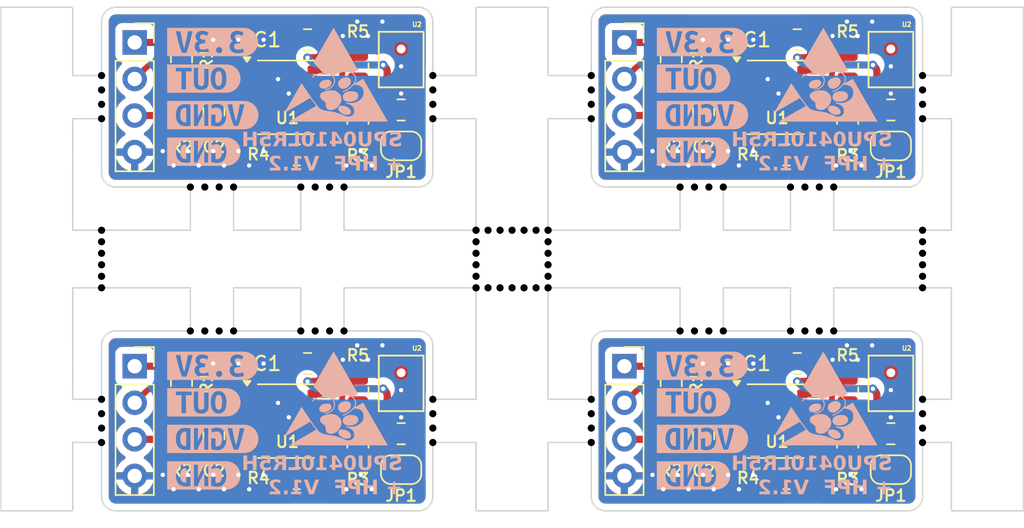
<source format=kicad_pcb>
(kicad_pcb (version 20240108) (generator "pcbnew") (generator_version "8.0")
  (layers (0 "F.Cu" signal) (31 "B.Cu" signal) (34 "B.Paste" user) (35 "F.Paste" user) (36 "B.SilkS" user "B.Silkscreen") (37 "F.SilkS" user "F.Silkscreen") (38 "B.Mask" user) (39 "F.Mask" user) (44 "Edge.Cuts" user))
  (net 0 "")
  (net 1 "Board_0-+3.3V")
  (net 2 "Board_0-GND")
  (net 3 "Board_0-Net-(JP1-A)")
  (net 4 "Board_0-Net-(JP1-B)")
  (net 5 "Board_0-Net-(U1B--)")
  (net 6 "Board_0-OUTPUT")
  (net 7 "Board_0-VCC{slash}2")
  (net 8 "Board_1-+3.3V")
  (net 9 "Board_1-GND")
  (net 10 "Board_1-Net-(JP1-A)")
  (net 11 "Board_1-Net-(JP1-B)")
  (net 12 "Board_1-Net-(U1B--)")
  (net 13 "Board_1-OUTPUT")
  (net 14 "Board_1-VCC{slash}2")
  (net 15 "Board_2-+3.3V")
  (net 16 "Board_2-GND")
  (net 17 "Board_2-Net-(JP1-A)")
  (net 18 "Board_2-Net-(JP1-B)")
  (net 19 "Board_2-Net-(U1B--)")
  (net 20 "Board_2-OUTPUT")
  (net 21 "Board_2-VCC{slash}2")
  (net 22 "Board_3-+3.3V")
  (net 23 "Board_3-GND")
  (net 24 "Board_3-Net-(JP1-A)")
  (net 25 "Board_3-Net-(JP1-B)")
  (net 26 "Board_3-Net-(U1B--)")
  (net 27 "Board_3-OUTPUT")
  (net 28 "Board_3-VCC{slash}2")
  (footprint "NPTH" (layer "F.Cu") (at 90.333334 42.5)
    (property "Reference" "KiKit_MB_12_1" (hide yes))
    (property "Value" "NPTH" (hide yes))
  )
  (footprint "NPTH" (layer "F.Cu") (at 127.333334 32.499999)
    (property "Reference" "KiKit_MB_8_1" (hide yes))
    (property "Value" "NPTH" (hide yes))
  )
  (footprint "NPTH" (layer "F.Cu") (at 110.5 25.75)
    (property "Reference" "KiKit_MB_5_3" (hide yes))
    (property "Value" "NPTH" (hide yes))
  )
  (footprint "Resistor_SMD:R_0805_2012Metric" (layer "F.Cu") (at 94.3 27.89 90)
    (property "Reference" "R3")
    (property "Value" "100R")
  )
  (footprint "NPTH" (layer "F.Cu") (at 106.666667 39.5005)
    (property "Reference" "KiKit_MB_21_6" (hide yes))
    (property "Value" "NPTH" (hide yes))
  )
  (footprint "NPTH" (layer "F.Cu") (at 85.666668 42.5)
    (property "Reference" "KiKit_MB_11_4" (hide yes))
    (property "Value" "NPTH" (hide yes))
  )
  (footprint "Resistor_SMD:R_0805_2012Metric" (layer "F.Cu") (at 124.05 52.765)
    (property "Reference" "R4")
    (property "Value" "330")
  )
  (footprint "NPTH" (layer "F.Cu") (at 110.500001 49.25)
    (property "Reference" "KiKit_MB_13_2" (hide yes))
    (property "Value" "NPTH" (hide yes))
  )
  (footprint "kibuzzard-670AB1E7" (layer "F.Cu") (at 117.49273 52.54)
    (property "Reference" "kibuzzard-670AB1E7" (hide yes))
    (property "Value" "G***" (hide yes))
  )
  (footprint "Resistor_SMD:R_0805_2012Metric" (layer "F.Cu") (at 116.05 49.8025 -90)
    (property "Reference" "R2")
    (property "Value" "10k")
  )
  (footprint "NPTH" (layer "F.Cu") (at 82.666668 32.499999)
    (property "Reference" "KiKit_MB_3_4" (hide yes))
    (property "Value" "NPTH" (hide yes))
  )
  (footprint "NPTH" (layer "F.Cu") (at 133.5 49.25)
    (property "Reference" "KiKit_MB_14_3" (hide yes))
    (property "Value" "NPTH" (hide yes))
  )
  (footprint "NPTH" (layer "F.Cu") (at 133.500001 37.9005)
    (property "Reference" "KiKit_MB_18_4" (hide yes))
    (property "Value" "NPTH" (hide yes))
  )
  (footprint "NPTH" (layer "F.Cu") (at 133.5 26.75)
    (property "Reference" "KiKit_MB_6_3" (hide yes))
    (property "Value" "NPTH" (hide yes))
  )
  (footprint "Jumper:SolderJumper-2_P1.3mm_Open_RoundedPad1.0x1.5mm" (layer "F.Cu") (at 97.3 52.14 180)
    (property "Reference" "JP1")
    (property "Value" "SolderJumper_2_Open")
  )
  (footprint "NPTH" (layer "F.Cu") (at 99.500001 47.25)
    (property "Reference" "KiKit_MB_10_1" (hide yes))
    (property "Value" "NPTH" (hide yes))
  )
  (footprint "NPTH" (layer "F.Cu") (at 117.666667 32.499999)
    (property "Reference" "KiKit_MB_7_3" (hide yes))
    (property "Value" "NPTH" (hide yes))
  )
  (footprint "Resistor_SMD:R_0805_2012Metric" (layer "F.Cu") (at 128.3 46.64 90)
    (property "Reference" "R5")
    (property "Value" "470k")
  )
  (footprint "Resistor_SMD:R_0805_2012Metric" (layer "F.Cu") (at 82.05 23.615 -90)
    (property "Reference" "R1")
    (property "Value" "10k")
  )
  (footprint "NPTH" (layer "F.Cu") (at 99.5 26.75)
    (property "Reference" "KiKit_MB_2_3" (hide yes))
    (property "Value" "NPTH" (hide yes))
  )
  (footprint "NPTH" (layer "F.Cu") (at 76.500002 27.75)
    (property "Reference" "KiKit_MB_1_1" (hide yes))
    (property "Value" "NPTH" (hide yes))
  )
  (footprint "NPTH" (layer "F.Cu") (at 107.5 38.7005)
    (property "Reference" "KiKit_MB_17_2" (hide yes))
    (property "Value" "NPTH" (hide yes))
  )
  (footprint "NPTH" (layer "F.Cu") (at 102.5 39.5005)
    (property "Reference" "KiKit_MB_21_1" (hide yes))
    (property "Value" "NPTH" (hide yes))
  )
  (footprint "NPTH" (layer "F.Cu") (at 127.333334 42.5)
    (property "Reference" "KiKit_MB_16_4" (hide yes))
    (property "Value" "NPTH" (hide yes))
  )
  (footprint "NPTH" (layer "F.Cu") (at 76.500001 24.75)
    (property "Reference" "KiKit_MB_1_4" (hide yes))
    (property "Value" "NPTH" (hide yes))
  )
  (footprint "NPTH" (layer "F.Cu") (at 110.500001 50.25)
    (property "Reference" "KiKit_MB_13_1" (hide yes))
    (property "Value" "NPTH" (hide yes))
  )
  (footprint "NPTH" (layer "F.Cu") (at 102.5 35.5005)
    (property "Reference" "KiKit_MB_22_7" (hide yes))
    (property "Value" "NPTH" (hide yes))
  )
  (footprint "Resistor_SMD:R_0805_2012Metric" (layer "F.Cu") (at 124.05 30.265)
    (property "Reference" "R4")
    (property "Value" "330")
  )
  (footprint "Jumper:SolderJumper-2_P1.3mm_Open_RoundedPad1.0x1.5mm" (layer "F.Cu") (at 97.3 29.64 180)
    (property "Reference" "JP1")
    (property "Value" "SolderJumper_2_Open")
  )
  (footprint "NPTH" (layer "F.Cu") (at 107.5 35.5005)
    (property "Reference" "KiKit_MB_22_1" (hide yes))
    (property "Value" "NPTH" (hide yes))
  )
  (footprint "NPTH" (layer "F.Cu") (at 99.5 50.25)
    (property "Reference" "KiKit_MB_10_4" (hide yes))
    (property "Value" "NPTH" (hide yes))
  )
  (footprint "Resistor_SMD:R_0805_2012Metric" (layer "F.Cu") (at 116.05 27.3025 -90)
    (property "Reference" "R2")
    (property "Value" "10k")
  )
  (footprint "kibuzzard-670AB1F3" (layer "F.Cu") (at 118 27.5)
    (property "Reference" "kibuzzard-670AB1F3" (hide yes))
    (property "Value" "G***" (hide yes))
  )
  (footprint "NPTH" (layer "F.Cu") (at 133.500001 24.75)
    (property "Reference" "KiKit_MB_6_1" (hide yes))
    (property "Value" "NPTH" (hide yes))
  )
  (footprint "Jumper:SolderJumper-2_P1.3mm_Open_RoundedPad1.0x1.5mm" (layer "F.Cu") (at 131.3 52.14 180)
    (property "Reference" "JP1")
    (property "Value" "SolderJumper_2_Open")
  )
  (footprint "Resistor_SMD:R_0805_2012Metric" (layer "F.Cu") (at 82.05 49.8025 -90)
    (property "Reference" "R2")
    (property "Value" "10k")
  )
  (footprint "Capacitor_SMD:C_0805_2012Metric" (layer "F.Cu") (at 131.3 27.14)
    (property "Reference" "C3" (hide yes))
    (property "Value" "68n")
  )
  (footprint "Capacitor_SMD:C_0805_2012Metric" (layer "F.Cu") (at 84.3 49.765 90)
    (property "Reference" "C2")
    (property "Value" "1u")
  )
  (footprint "NPTH" (layer "F.Cu") (at 107.5 35.5005)
    (property "Reference" "KiKit_MB_17_6" (hide yes))
    (property "Value" "NPTH" (hide yes))
  )
  (footprint "NPTH" (layer "F.Cu") (at 105.833334 39.5005)
    (property "Reference" "KiKit_MB_21_5" (hide yes))
    (property "Value" "NPTH" (hide yes))
  )
  (footprint "Resistor_SMD:R_0805_2012Metric" (layer "F.Cu") (at 128.3 24.14 90)
    (property "Reference" "R5")
    (property "Value" "470k")
  )
  (footprint "NPTH" (layer "F.Cu") (at 133.500001 35.5005)
    (property "Reference" "KiKit_MB_18_1" (hide yes))
    (property "Value" "NPTH" (hide yes))
  )
  (footprint "kibuzzard-670AB201" (layer "F.Cu") (at 117.651051 24.96)
    (property "Reference" "kibuzzard-670AB201" (hide yes))
    (property "Value" "G***" (hide yes))
  )
  (footprint "NPTH" (layer "F.Cu") (at 90.333334 32.499999)
    (property "Reference" "KiKit_MB_4_4" (hide yes))
    (property "Value" "NPTH" (hide yes))
  )
  (footprint "NPTH" (layer "F.Cu") (at 124.333334 42.5)
    (property "Reference" "KiKit_MB_16_1" (hide yes))
    (property "Value" "NPTH" (hide yes))
  )
  (footprint "kibuzzard-670AB1F3" (layer "F.Cu") (at 118 50)
    (property "Reference" "kibuzzard-670AB1F3" (hide yes))
    (property "Value" "G***" (hide yes))
  )
  (footprint "kibuzzard-670AB201" (layer "F.Cu") (at 83.651051 47.46)
    (property "Reference" "kibuzzard-670AB201" (hide yes))
    (property "Value" "G***" (hide yes))
  )
  (footprint "kibuzzard-670AB1F3" (layer "F.Cu") (at 84 50)
    (property "Reference" "kibuzzard-670AB1F3" (hide yes))
    (property "Value" "G***" (hide yes))
  )
  (footprint "NPTH" (layer "F.Cu") (at 133.500001 37.1005)
    (property "Reference" "KiKit_MB_18_3" (hide yes))
    (property "Value" "NPTH" (hide yes))
  )
  (footprint "NPTH" (layer "F.Cu") (at 76.5 35.5005)
    (property "Reference" "KiKit_MB_19_1" (hide yes))
    (property "Value" "NPTH" (hide yes))
  )
  (footprint "Jumper:SolderJumper-2_P1.3mm_Open_RoundedPad1.0x1.5mm" (layer "F.Cu") (at 131.3 29.64 180)
    (property "Reference" "JP1")
    (property "Value" "SolderJumper_2_Open")
  )
  (footprint "NPTH" (layer "F.Cu") (at 99.500001 48.25)
    (property "Reference" "KiKit_MB_10_2" (hide yes))
    (property "Value" "NPTH" (hide yes))
  )
  (footprint "Capacitor_SMD:C_0805_2012Metric" (layer "F.Cu") (at 90.8 44.765 180)
    (property "Reference" "C1")
    (property "Value" "1u")
  )
  (footprint "NPTH" (layer "F.Cu") (at 107.5 39.5005)
    (property "Reference" "KiKit_MB_17_1" (hide yes))
    (property "Value" "NPTH" (hide yes))
  )
  (footprint "kibuzzard-670AB201" (layer "F.Cu") (at 83.651051 24.96)
    (property "Reference" "kibuzzard-670AB201" (hide yes))
    (property "Value" "G***" (hide yes))
  )
  (footprint "NPTH" (layer "F.Cu") (at 99.5 27.75)
    (property "Reference" "KiKit_MB_2_4" (hide yes))
    (property "Value" "NPTH" (hide yes))
  )
  (footprint "kibuzzard-670AB1F3" (layer "F.Cu") (at 84 27.5)
    (property "Reference" "kibuzzard-670AB1F3" (hide yes))
    (property "Value" "G***" (hide yes))
  )
  (footprint "NPTH" (layer "F.Cu") (at 117.666667 42.5)
    (property "Reference" "KiKit_MB_15_2" (hide yes))
    (property "Value" "NPTH" (hide yes))
  )
  (footprint "NPTH" (layer "F.Cu") (at 116.666667 42.5)
    (property "Reference" "KiKit_MB_15_1" (hide yes))
    (property "Value" "NPTH" (hide yes))
  )
  (footprint "NPTH" (layer "F.Cu") (at 124.333334 32.499999)
    (property "Reference" "KiKit_MB_8_4" (hide yes))
    (property "Value" "NPTH" (hide yes))
  )
  (footprint "NPTH" (layer "F.Cu") (at 76.500002 26.75)
    (property "Reference" "KiKit_MB_1_2" (hide yes))
    (property "Value" "NPTH" (hide yes))
  )
  (footprint "SPU0410LR5H-QB:XDCR_SPU0410LR5H-QB" (layer "F.Cu") (at 97.3 46.14 180)
    (property "Reference" "U2")
    (property "Value" "SPU0410LR5H-QB")
  )
  (footprint "NPTH" (layer "F.Cu") (at 105.833334 35.5005)
    (property "Reference" "KiKit_MB_22_3" (hide yes))
    (property "Value" "NPTH" (hide yes))
  )
  (footprint "NPTH" (layer "F.Cu") (at 99.500001 24.75)
    (property "Reference" "KiKit_MB_2_1" (hide yes))
    (property "Value" "NPTH" (hide yes))
  )
  (footprint "NPTH" (layer "F.Cu") (at 103.333334 35.5005)
    (property "Reference" "KiKit_MB_22_6" (hide yes))
    (property "Value" "NPTH" (hide yes))
  )
  (footprint "NPTH" (layer "F.Cu") (at 84.666668 42.5)
    (property "Reference" "KiKit_MB_11_3" (hide yes))
    (property "Value" "NPTH" (hide yes))
  )
  (footprint "Resistor_SMD:R_0805_2012Metric" (layer "F.Cu") (at 116.05 23.615 -90)
    (property "Reference" "R1")
    (property "Value" "10k")
  )
  (footprint "SPU0410LR5H-QB:XDCR_SPU0410LR5H-QB" (layer "F.Cu") (at 97.3 23.64 180)
    (property "Reference" "U2")
    (property "Value" "SPU0410LR5H-QB")
  )
  (footprint "NPTH" (layer "F.Cu") (at 99.500001 25.75)
    (property "Reference" "KiKit_MB_2_2" (hide yes))
    (property "Value" "NPTH" (hide yes))
  )
  (footprint "NPTH" (layer "F.Cu") (at 76.500001 48.25)
    (property "Reference" "KiKit_MB_9_3" (hide yes))
    (property "Value" "NPTH" (hide yes))
  )
  (footprint "Capacitor_SMD:C_0805_2012Metric" (layer "F.Cu") (at 118.3 27.265 90)
    (property "Reference" "C2")
    (property "Value" "1u")
  )
  (footprint "NPTH" (layer "F.Cu") (at 116.666667 32.499999)
    (property "Reference" "KiKit_MB_7_4" (hide yes))
    (property "Value" "NPTH" (hide yes))
  )
  (footprint "NPTH" (layer "F.Cu") (at 105 35.5005)
    (property "Reference" "KiKit_MB_22_4" (hide yes))
    (property "Value" "NPTH" (hide yes))
  )
  (footprint "SPU0410LR5H-QB:XDCR_SPU0410LR5H-QB" (layer "F.Cu") (at 131.3 23.64 180)
    (property "Reference" "U2")
    (property "Value" "SPU0410LR5H-QB")
  )
  (footprint "NPTH" (layer "F.Cu") (at 133.500001 36.3005)
    (property "Reference" "KiKit_MB_18_2" (hide yes))
    (property "Value" "NPTH" (hide yes))
  )
  (footprint "NPTH" (layer "F.Cu") (at 133.5 27.75)
    (property "Reference" "KiKit_MB_6_4" (hide yes))
    (property "Value" "NPTH" (hide yes))
  )
  (footprint "Resistor_SMD:R_0805_2012Metric" (layer "F.Cu") (at 90.05 30.265)
    (property "Reference" "R4")
    (property "Value" "330")
  )
  (footprint "NPTH" (layer "F.Cu") (at 91.333334 32.499999)
    (property "Reference" "KiKit_MB_4_3" (hide yes))
    (property "Value" "NPTH" (hide yes))
  )
  (footprint "Connector_PinSocket_2.54mm:PinSocket_1x04_P2.54mm_Vertical" (layer "F.Cu") (at 112.8 44.95)
    (property "Reference" "J1" (hide yes))
    (property "Value" "Conn_01x04_Pin")
  )
  (footprint "NPTH" (layer "F.Cu") (at 76.5 38.7005)
    (property "Reference" "KiKit_MB_19_5" (hide yes))
    (property "Value" "NPTH" (hide yes))
  )
  (footprint "NPTH" (layer "F.Cu") (at 102.5 38.7005)
    (property "Reference" "KiKit_MB_20_5" (hide yes))
    (property "Value" "NPTH" (hide yes))
  )
  (footprint "NPTH" (layer "F.Cu") (at 133.500001 48.25)
    (property "Reference" "KiKit_MB_14_2" (hide yes))
    (property "Value" "NPTH" (hide yes))
  )
  (footprint "kibuzzard-670AB1E7" (layer "F.Cu") (at 83.49273 30.04)
    (property "Reference" "kibuzzard-670AB1E7" (hide yes))
    (property "Value" "G***" (hide yes))
  )
  (footprint "NPTH" (layer "F.Cu") (at 102.5 36.3005)
    (property "Reference" "KiKit_MB_20_2" (hide yes))
    (property "Value" "NPTH" (hide yes))
  )
  (footprint "kibuzzard-670AB20C" (layer "F.Cu") (at 118.805735 22.42)
    (property "Reference" "kibuzzard-670AB20C" (hide yes))
    (property "Value" "G***" (hide yes))
  )
  (footprint "kibuzzard-670AB1E7" (layer "F.Cu") (at 83.49273 52.54)
    (property "Reference" "kibuzzard-670AB1E7" (hide yes))
    (property "Value" "G***" (hide yes))
  )
  (footprint "NPTH" (layer "F.Cu") (at 119.666667 32.499999)
    (property "Reference" "KiKit_MB_7_1" (hide yes))
    (property "Value" "NPTH" (hide yes))
  )
  (footprint "NPTH" (layer "F.Cu") (at 110.5 48.25)
    (property "Reference" "KiKit_MB_13_3" (hide yes))
    (property "Value" "NPTH" (hide yes))
  )
  (footprint "NPTH" (layer "F.Cu") (at 133.5 50.25)
    (property "Reference" "KiKit_MB_14_4" (hide yes))
    (property "Value" "NPTH" (hide yes))
  )
  (footprint "NPTH" (layer "F.Cu") (at 103.333334 39.5005)
    (property "Reference" "KiKit_MB_21_2" (hide yes))
    (property "Value" "NPTH" (hide yes))
  )
  (footprint "kibuzzard-670AB201" (layer "F.Cu") (at 117.651051 47.46)
    (property "Reference" "kibuzzard-670AB201" (hide yes))
    (property "Value" "G***" (hide yes))
  )
  (footprint "NPTH" (layer "F.Cu") (at 118.666667 42.5)
    (property "Reference" "KiKit_MB_15_3" (hide yes))
    (property "Value" "NPTH" (hide yes))
  )
  (footprint "Resistor_SMD:R_0805_2012Metric" (layer "F.Cu") (at 128.3 50.39 90)
    (property "Reference" "R3")
    (property "Value" "100R")
  )
  (footprint "NPTH" (layer "F.Cu") (at 105 39.5005)
    (property "Reference" "KiKit_MB_21_4" (hide yes))
    (property "Value" "NPTH" (hide yes))
  )
  (footprint "NPTH" (layer "F.Cu") (at 76.500001 25.75)
    (property "Reference" "KiKit_MB_1_3" (hide yes))
    (property "Value" "NPTH" (hide yes))
  )
  (footprint "NPTH" (layer "F.Cu") (at 118.666667 32.499999)
    (property "Reference" "KiKit_MB_7_2" (hide yes))
    (property "Value" "NPTH" (hide yes))
  )
  (footprint "Resistor_SMD:R_0805_2012Metric" (layer "F.Cu") (at 82.05 46.115 -90)
    (property "Reference" "R1")
    (property "Value" "10k")
  )
  (footprint "Package_SO:SOIC-8_3.9x4.9mm_P1.27mm" (layer "F.Cu") (at 89.3 48.765)
    (property "Reference" "U1")
    (property "Value" "MCP6002-xSN")
  )
  (footprint "NPTH" (layer "F.Cu") (at 102.5 39.5005)
    (property "Reference" "KiKit_MB_20_6" (hide yes))
    (property "Value" "NPTH" (hide yes))
  )
  (footprint "NPTH" (layer "F.Cu") (at 133.500001 25.75)
    (property "Reference" "KiKit_MB_6_2" (hide yes))
    (property "Value" "NPTH" (hide yes))
  )
  (footprint "Capacitor_SMD:C_0805_2012Metric" (layer "F.Cu") (at 124.8 44.765 180)
    (property "Reference" "C1")
    (property "Value" "1u")
  )
  (footprint "kibuzzard-670AB20C" (layer "F.Cu") (at 84.805735 44.92)
    (property "Reference" "kibuzzard-670AB20C" (hide yes))
    (property "Value" "G***" (hide yes))
  )
  (footprint "NPTH" (layer "F.Cu") (at 133.500001 38.7005)
    (property "Reference" "KiKit_MB_18_5" (hide yes))
    (property "Value" "NPTH" (hide yes))
  )
  (footprint "Package_SO:SOIC-8_3.9x4.9mm_P1.27mm" (layer "F.Cu") (at 123.3 48.765)
    (property "Reference" "U1")
    (property "Value" "MCP6002-xSN")
  )
  (footprint "NPTH" (layer "F.Cu") (at 76.5 37.9005)
    (property "Reference" "KiKit_MB_19_4" (hide yes))
    (property "Value" "NPTH" (hide yes))
  )
  (footprint "NPTH" (layer "F.Cu") (at 85.666668 32.499999)
    (property "Reference" "KiKit_MB_3_1" (hide yes))
    (property "Value" "NPTH" (hide yes))
  )
  (footprint "NPTH" (layer "F.Cu") (at 83.666668 42.5)
    (property "Reference" "KiKit_MB_11_2" (hide yes))
    (property "Value" "NPTH" (hide yes))
  )
  (footprint "Resistor_SMD:R_0805_2012Metric" (layer "F.Cu") (at 90.05 52.765)
    (property "Reference" "R4")
    (property "Value" "330")
  )
  (footprint "NPTH" (layer "F.Cu") (at 82.666668 42.5)
    (property "Reference" "KiKit_MB_11_1" (hide yes))
    (property "Value" "NPTH" (hide yes))
  )
  (footprint "Resistor_SMD:R_0805_2012Metric" (layer "F.Cu") (at 82.05 27.3025 -90)
    (property "Reference" "R2")
    (property "Value" "10k")
  )
  (footprint "Capacitor_SMD:C_0805_2012Metric" (layer "F.Cu") (at 97.3 49.64)
    (property "Reference" "C3" (hide yes))
    (property "Value" "68n")
  )
  (footprint "Capacitor_SMD:C_0805_2012Metric" (layer "F.Cu") (at 90.8 22.265 180)
    (property "Reference" "C1")
    (property "Value" "1u")
  )
  (footprint "NPTH" (layer "F.Cu") (at 83.666668 32.499999)
    (property "Reference" "KiKit_MB_3_3" (hide yes))
    (property "Value" "NPTH" (hide yes))
  )
  (footprint "Capacitor_SMD:C_0805_2012Metric" (layer "F.Cu") (at 84.3 27.265 90)
    (property "Reference" "C2")
    (property "Value" "1u")
  )
  (footprint "NPTH" (layer "F.Cu") (at 99.5 49.25)
    (property "Reference" "KiKit_MB_10_3" (hide yes))
    (property "Value" "NPTH" (hide yes))
  )
  (footprint "NPTH" (layer "F.Cu") (at 76.500001 47.25)
    (property "Reference" "KiKit_MB_9_4" (hide yes))
    (property "Value" "NPTH" (hide yes))
  )
  (footprint "Resistor_SMD:R_0805_2012Metric" (layer "F.Cu") (at 94.3 24.14 90)
    (property "Reference" "R5")
    (property "Value" "470k")
  )
  (footprint "NPTH" (layer "F.Cu") (at 84.666668 32.499999)
    (property "Reference" "KiKit_MB_3_2" (hide yes))
    (property "Value" "NPTH" (hide yes))
  )
  (footprint "NPTH" (layer "F.Cu") (at 76.5 39.5005)
    (property "Reference" "KiKit_MB_19_6" (hide yes))
    (property "Value" "NPTH" (hide yes))
  )
  (footprint "NPTH" (layer "F.Cu") (at 126.333334 32.499999)
    (property "Reference" "KiKit_MB_8_2" (hide yes))
    (property "Value" "NPTH" (hide yes))
  )
  (footprint "NPTH" (layer "F.Cu") (at 102.5 37.1005)
    (property "Reference" "KiKit_MB_20_3" (hide yes))
    (property "Value" "NPTH" (hide yes))
  )
  (footprint "Connector_PinSocket_2.54mm:PinSocket_1x04_P2.54mm_Vertical" (layer "F.Cu") (at 78.8 44.95)
    (property "Reference" "J1" (hide yes))
    (property "Value" "Conn_01x04_Pin")
  )
  (footprint "kibuzzard-670AB1E7" (layer "F.Cu") (at 117.49273 30.04)
    (property "Reference" "kibuzzard-670AB1E7" (hide yes))
    (property "Value" "G***" (hide yes))
  )
  (footprint "NPTH" (layer "F.Cu") (at 104.166667 39.5005)
    (property "Reference" "KiKit_MB_21_3" (hide yes))
    (property "Value" "NPTH" (hide yes))
  )
  (footprint "Capacitor_SMD:C_0805_2012Metric" (layer "F.Cu") (at 97.3 27.14)
    (property "Reference" "C3" (hide yes))
    (property "Value" "68n")
  )
  (footprint "NPTH" (layer "F.Cu") (at 93.333334 32.499999)
    (property "Reference" "KiKit_MB_4_1" (hide yes))
    (property "Value" "NPTH" (hide yes))
  )
  (footprint "NPTH" (layer "F.Cu") (at 125.333334 32.499999)
    (property "Reference" "KiKit_MB_8_3" (hide yes))
    (property "Value" "NPTH" (hide yes))
  )
  (footprint "Capacitor_SMD:C_0805_2012Metric" (layer "F.Cu") (at 124.8 22.265 180)
    (property "Reference" "C1")
    (property "Value" "1u")
  )
  (footprint "Capacitor_SMD:C_0805_2012Metric" (layer "F.Cu") (at 118.3 49.765 90)
    (property "Reference" "C2")
    (property "Value" "1u")
  )
  (footprint "Resistor_SMD:R_0805_2012Metric" (layer "F.Cu") (at 94.3 50.39 90)
    (property "Reference" "R3")
    (property "Value" "100R")
  )
  (footprint "NPTH" (layer "F.Cu") (at 126.333334 42.5)
    (property "Reference" "KiKit_MB_16_3" (hide yes))
    (property "Value" "NPTH" (hide yes))
  )
  (footprint "SPU0410LR5H-QB:XDCR_SPU0410LR5H-QB" (layer "F.Cu") (at 131.3 46.14 180)
    (property "Reference" "U2")
    (property "Value" "SPU0410LR5H-QB")
  )
  (footprint "NPTH" (layer "F.Cu") (at 119.666667 42.5)
    (property "Reference" "KiKit_MB_15_4" (hide yes))
    (property "Value" "NPTH" (hide yes))
  )
  (footprint "NPTH" (layer "F.Cu") (at 106.666667 35.5005)
    (property "Reference" "KiKit_MB_22_2" (hide yes))
    (property "Value" "NPTH" (hide yes))
  )
  (footprint "NPTH" (layer "F.Cu") (at 102.5 37.9005)
    (property "Reference" "KiKit_MB_20_4" (hide yes))
    (property "Value" "NPTH" (hide yes))
  )
  (footprint "NPTH" (layer "F.Cu") (at 76.500002 49.25)
    (property "Reference" "KiKit_MB_9_2" (hide yes))
    (property "Value" "NPTH" (hide yes))
  )
  (footprint "Connector_PinSocket_2.54mm:PinSocket_1x04_P2.54mm_Vertical" (layer "F.Cu") (at 78.8 22.45)
    (property "Reference" "J1" (hide yes))
    (property "Value" "Conn_01x04_Pin")
  )
  (footprint "Resistor_SMD:R_0805_2012Metric" (layer "F.Cu") (at 94.3 46.64 90)
    (property "Reference" "R5")
    (property "Value" "470k")
  )
  (footprint "NPTH" (layer "F.Cu") (at 92.333334 32.499999)
    (property "Reference" "KiKit_MB_4_2" (hide yes))
    (property "Value" "NPTH" (hide yes))
  )
  (footprint "NPTH" (layer "F.Cu") (at 93.333334 42.5)
    (property "Reference" "KiKit_MB_12_4" (hide yes))
    (property "Value" "NPTH" (hide yes))
  )
  (footprint "NPTH" (layer "F.Cu") (at 133.500001 39.5005)
    (property "Reference" "KiKit_MB_18_6" (hide yes))
    (property "Value" "NPTH" (hide yes))
  )
  (footprint "NPTH" (layer "F.Cu") (at 110.5 24.75)
    (property "Reference" "KiKit_MB_5_4" (hide yes))
    (property "Value" "NPTH" (hide yes))
  )
  (footprint "NPTH" (layer "F.Cu") (at 107.5 36.3005)
    (property "Reference" "KiKit_MB_17_5" (hide yes))
    (property "Value" "NPTH" (hide yes))
  )
  (footprint "NPTH" (layer "F.Cu") (at 91.333334 42.5)
    (property "Reference" "KiKit_MB_12_2" (hide yes))
    (property "Value" "NPTH" (hide yes))
  )
  (footprint "Capacitor_SMD:C_0805_2012Metric" (layer "F.Cu") (at 131.3 49.64)
    (property "Reference" "C3" (hide yes))
    (property "Value" "68n")
  )
  (footprint "NPTH" (layer "F.Cu") (at 125.333334 42.5)
    (property "Reference" "KiKit_MB_16_2" (hide yes))
    (property "Value" "NPTH" (hide yes))
  )
  (footprint "Resistor_SMD:R_0805_2012Metric" (layer "F.Cu") (at 128.3 27.89 90)
    (property "Reference" "R3")
    (property "Value" "100R")
  )
  (footprint "NPTH" (layer "F.Cu") (at 107.5 37.9005)
    (property "Reference" "KiKit_MB_17_3" (hide yes))
    (property "Value" "NPTH" (hide yes))
  )
  (footprint "NPTH" (layer "F.Cu") (at 110.5 47.25)
    (property "Reference" "KiKit_MB_13_4" (hide yes))
    (property "Value" "NPTH" (hide yes))
  )
  (footprint "NPTH" (layer "F.Cu") (at 92.333334 42.5)
    (property "Reference" "KiKit_MB_12_3" (hide yes))
    (property "Value" "NPTH" (hide yes))
  )
  (footprint "kibuzzard-670AB20C" (layer "F.Cu") (at 84.805735 22.42)
    (property "Reference" "kibuzzard-670AB20C" (hide yes))
    (property "Value" "G***" (hide yes))
  )
  (footprint "NPTH" (layer "F.Cu") (at 107.5 37.1005)
    (property "Reference" "KiKit_MB_17_4" (hide yes))
    (property "Value" "NPTH" (hide yes))
  )
  (footprint "NPTH" (layer "F.Cu") (at 104.166667 35.5005)
    (property "Reference" "KiKit_MB_22_5" (hide yes))
    (property "Value" "NPTH" (hide yes))
  )
  (footprint "Resistor_SMD:R_0805_2012Metric" (layer "F.Cu") (at 116.05 46.115 -90)
    (property "Reference" "R1")
    (property "Value" "10k")
  )
  (footprint "Connector_PinSocket_2.54mm:PinSocket_1x04_P2.54mm_Vertical" (layer "F.Cu") (at 112.8 22.45)
    (property "Reference" "J1" (hide yes))
    (property "Value" "Conn_01x04_Pin")
  )
  (footprint "kibuzzard-670AB20C" (layer "F.Cu") (at 118.805735 44.92)
    (property "Reference" "kibuzzard-670AB20C" (hide yes))
    (property "Value" "G***" (hide yes))
  )
  (footprint "NPTH" (layer "F.Cu") (at 76.5 37.1005)
    (property "Reference" "KiKit_MB_19_3" (hide yes))
    (property "Value" "NPTH" (hide yes))
  )
  (footprint "Package_SO:SOIC-8_3.9x4.9mm_P1.27mm" (layer "F.Cu") (at 89.3 26.265)
    (property "Reference" "U1")
    (property "Value" "MCP6002-xSN")
  )
  (footprint "NPTH" (layer "F.Cu") (at 107.5 39.5005)
    (property "Reference" "KiKit_MB_21_7" (hide yes))
    (property "Value" "NPTH" (hide yes))
  )
  (footprint "NPTH" (layer "F.Cu") (at 110.500001 27.75)
    (property "Reference" "KiKit_MB_5_1" (hide yes))
    (property "Value" "NPTH" (hide yes))
  )
  (footprint "NPTH" (layer "F.Cu") (at 76.500002 50.25)
    (property "Reference" "KiKit_MB_9_1" (hide yes))
    (property "Value" "NPTH" (hide yes))
  )
  (footprint "NPTH" (layer "F.Cu") (at 102.5 35.5005)
    (property "Reference" "KiKit_MB_20_1" (hide yes))
    (property "Value" "NPTH" (hide yes))
  )
  (footprint "NPTH" (layer "F.Cu") (at 110.500001 26.75)
    (property "Reference" "KiKit_MB_5_2" (hide yes))
    (property "Value" "NPTH" (hide yes))
  )
  (footprint "NPTH" (layer "F.Cu") (at 76.5 36.3005)
    (property "Reference" "KiKit_MB_19_2" (hide yes))
    (property "Value" "NPTH" (hide yes))
  )
  (footprint "NPTH" (layer "F.Cu") (at 133.500001 47.25)
    (property "Reference" "KiKit_MB_14_1" (hide yes))
    (property "Value" "NPTH" (hide yes))
  )
  (footprint "Package_SO:SOIC-8_3.9x4.9mm_P1.27mm" (layer "F.Cu") (at 123.3 26.265)
    (property "Reference" "U1")
    (property "Value" "MCP6002-xSN")
  )
  (footprint "LOGO" (layer "B.Cu") (at 126.608474 24.852601 180)
    (property "Reference" "G***" (hide yes))
    (property "Value" "LOGO" (hide yes))
  )
  (footprint "LOGO" (layer "B.Cu") (at 126.608474 47.352601 180)
    (property "Reference" "G***" (hide yes))
    (property "Value" "LOGO" (hide yes))
  )
  (footprint "LOGO" (layer "B.Cu") (at 92.608474 47.352601 180)
    (property "Reference" "G***" (hide yes))
    (property "Value" "LOGO" (hide yes))
  )
  (footprint "LOGO" (layer "B.Cu") (at 92.608474 24.852601 180)
    (property "Reference" "G***" (hide yes))
    (property "Value" "LOGO" (hide yes))
  )
  (gr_line (start 99.028964 54.848644) (end 99.071268 54.820763) (stroke (width 0.1)) (layer "Edge.Cuts"))
  (gr_line (start 111.046009 42.608993) (end 111 42.633974) (stroke (width 0.1)) (layer "Edge.Cuts"))
  (gr_line (start 133.224793 32.188967) (end 133.258758 32.151372) (stroke (width 0.1)) (layer "Edge.Cuts"))
  (gr_line (start 111.241181 42.534074) (end 111.190983 42.548943) (stroke (width 0.1)) (layer "Edge.Cuts"))
  (gr_line (start 98.940394 54.897804) (end 98.985302 54.874346) (stroke (width 0.1)) (layer "Edge.Cuts"))
  (gr_line (start 133.169131 42.756854) (end 133.129321 42.722853) (stroke (width 0.1)) (layer "Edge.Cuts"))
  (gr_line (start 76.505478 20.895471) (end 76.50137 20.947664) (stroke (width 0.1)) (layer "Edge.Cuts"))
  (gr_line (start 99.488468 31.651427) (end 99.494869 31.601168) (stroke (width 0.1)) (layer "Edge.Cuts"))
  (gr_line (start 74.5 35.5005) (end 74.499 27.75) (stroke (width 0.1)) (layer "Edge.Cuts"))
  (gr_line (start 99.044639 42.661329) (end 99 42.633974) (stroke (width 0.1)) (layer "Edge.Cuts"))
  (gr_line (start 133.391007 43.046009) (end 133.366026 42.999999) (stroke (width 0.1)) (layer "Edge.Cuts"))
  (gr_line (start 76.534074 20.741181) (end 76.521852 20.792088) (stroke (width 0.1)) (layer "Edge.Cuts"))
  (gr_line (start 110.912215 54.809016) (end 110.955361 54.83867) (stroke (width 0.1)) (layer "Edge.Cuts"))
  (gr_line (start 77 54.866025) (end 77.04601 54.891006) (stroke (width 0.1)) (layer "Edge.Cuts"))
  (gr_line (start 132.651427 54.988468) (end 132.701298 54.97953) (stroke (width 0.1)) (layer "Edge.Cuts"))
  (gr_line (start 102.5 35.5005) (end 93.333334 35.5005) (stroke (width 0.1)) (layer "Edge.Cuts"))
  (gr_line (start 76.5 24.75) (end 74.499 24.75) (stroke (width 0.1)) (layer "Edge.Cuts"))
  (gr_line (start 76.722854 20.370679) (end 76.690983 20.412214) (stroke (width 0.1)) (layer "Edge.Cuts"))
  (gr_line (start 133.243145 42.830868) (end 133.207107 42.792892) (stroke (width 0.1)) (layer "Edge.Cuts"))
  (gr_line (start 110.501372 31.552335) (end 110.505479 31.604528) (stroke (width 0.1)) (layer "Edge.Cuts"))
  (gr_line (start 77.447664 20.00137) (end 77.395471 20.005478) (stroke (width 0.1)) (layer "Edge.Cuts"))
  (gr_line (start 77 42.633974) (end 76.955361 42.661329) (stroke (width 0.1)) (layer "Edge.Cuts"))
  (gr_line (start 76.566419 20.641632) (end 76.548943 20.690983) (stroke (width 0.1)) (layer "Edge.Cuts"))
  (gr_line (start 98.701298 32.47953) (end 98.750652 32.468077) (stroke (width 0.1)) (layer "Edge.Cuts"))
  (gr_line (start 99.498716 54.050649) (end 99.5 54) (stroke (width 0.1)) (layer "Edge.Cuts"))
  (gr_line (start 99.413546 20.593263) (end 99.391007 20.546009) (stroke (width 0.1)) (layer "Edge.Cuts"))
  (gr_line (start 111.190983 32.451056) (end 111.241181 32.465925) (stroke (width 0.1)) (layer "Edge.Cuts"))
  (gr_line (start 133.500001 24.75) (end 133.500001 20.999999) (stroke (width 0.1)) (layer "Edge.Cuts"))
  (gr_line (start 98.707911 20.021852) (end 98.656434 20.012311) (stroke (width 0.1)) (layer "Edge.Cuts"))
  (gr_line (start 98.550649 54.998716) (end 98.601168 54.994869) (stroke (width 0.1)) (layer "Edge.Cuts"))
  (gr_line (start 135.501001 20) (end 135.501001 24.75) (stroke (width 0.1)) (layer "Edge.Cuts"))
  (gr_line (start 110.661329 42.955361) (end 110.633974 43) (stroke (width 0.1)) (layer "Edge.Cuts"))
  (gr_line (start 99.391007 43.046009) (end 99.366026 42.999999) (stroke (width 0.1)) (layer "Edge.Cuts"))
  (gr_line (start 133.087786 20.190982) (end 133.044639 20.161329) (stroke (width 0.1)) (layer "Edge.Cuts"))
  (gr_line (start 110.608993 43.046009) (end 110.586454 43.093263) (stroke (width 0.1)) (layer "Edge.Cuts"))
  (gr_line (start 110.521854 54.207911) (end 110.534075 54.258818) (stroke (width 0.1)) (layer "Edge.Cuts"))
  (gr_line (start 132.799363 54.954139) (end 132.847305 54.937752) (stroke (width 0.1)) (layer "Edge.Cuts"))
  (gr_line (start 111.141632 54.93358) (end 111.190983 54.951056) (stroke (width 0.1)) (layer "Edge.Cuts"))
  (gr_line (start 133.309018 42.912214) (end 133.277147 42.870679) (stroke (width 0.1)) (layer "Edge.Cuts"))
  (gr_line (start 76.500002 54) (end 76.501372 54.052335) (stroke (width 0.1)) (layer "Edge.Cuts"))
  (gr_line (start 77.141632 32.43358) (end 77.190983 32.451056) (stroke (width 0.1)) (layer "Edge.Cuts"))
  (gr_line (start 110.521852 43.292088) (end 110.512311 43.343565) (stroke (width 0.1)) (layer "Edge.Cuts"))
  (gr_line (start 74.499 50.25) (end 76.500001 50.25) (stroke (width 0.1)) (layer "Edge.Cuts"))
  (gr_line (start 107.5 35.5005) (end 107.5 27.75) (stroke (width 0.1)) (layer "Edge.Cuts"))
  (gr_line (start 132.604528 20.005478) (end 132.552336 20.00137) (stroke (width 0.1)) (layer "Edge.Cuts"))
  (gr_line (start 132.809017 42.548943) (end 132.758819 42.534073) (stroke (width 0.1)) (layer "Edge.Cuts"))
  (gr_line (start 76.586456 54.406736) (end 76.608994 54.45399) (stroke (width 0.1)) (layer "Edge.Cuts"))
  (gr_line (start 110.722854 42.870679) (end 110.690983 42.912214) (stroke (width 0.1)) (layer "Edge.Cuts"))
  (gr_line (start 77.093263 42.586454) (end 77.046009 42.608993) (stroke (width 0.1)) (layer "Edge.Cuts"))
  (gr_line (start 124.333334 35.5005) (end 119.666667 35.5005) (stroke (width 0.1)) (layer "Edge.Cuts"))
  (gr_line (start 99.071268 32.320763) (end 99.112106 32.290776) (stroke (width 0.1)) (layer "Edge.Cuts"))
  (gr_line (start 77.093263 54.913545) (end 77.141632 54.93358) (stroke (width 0.1)) (layer "Edge.Cuts"))
  (gr_line (start 99.468077 31.750652) (end 99.47953 31.701298) (stroke (width 0.1)) (layer "Edge.Cuts"))
  (gr_line (start 99.309018 20.412214) (end 99.277147 20.370679) (stroke (width 0.1)) (layer "Edge.Cuts"))
  (gr_line (start 132.656434 20.012311) (end 132.604528 20.005478) (stroke (width 0.1)) (layer "Edge.Cuts"))
  (gr_line (start 99.309018 42.912214) (end 99.277147 42.870679) (stroke (width 0.1)) (layer "Edge.Cuts"))
  (gr_line (start 77.241181 20.034074) (end 77.190983 20.048943) (stroke (width 0.1)) (layer "Edge.Cuts"))
  (gr_line (start 133.413546 20.593263) (end 133.391007 20.546009) (stroke (width 0.1)) (layer "Edge.Cuts"))
  (gr_line (start 76.955361 20.161329) (end 76.912214 20.190983) (stroke (width 0.1)) (layer "Edge.Cuts"))
  (gr_line (start 133.454139 54.299363) (end 133.468077 54.250652) (stroke (width 0.1)) (layer "Edge.Cuts"))
  (gr_line (start 119.666667 35.5005) (end 119.666667 32.499999) (stroke (width 0.1)) (layer "Edge.Cuts"))
  (gr_line (start 132.601168 54.994869) (end 132.651427 54.988468) (stroke (width 0.1)) (layer "Edge.Cuts"))
  (gr_line (start 110.586454 20.593263) (end 110.566419 20.641632) (stroke (width 0.1)) (layer "Edge.Cuts"))
  (gr_line (start 99.112106 32.290776) (end 99.151372 32.258758) (stroke (width 0.1)) (layer "Edge.Cuts"))
  (gr_line (start 111.141632 32.43358) (end 111.190983 32.451056) (stroke (width 0.1)) (layer "Edge.Cuts"))
  (gr_line (start 76.548943 43.190983) (end 76.534074 43.241181) (stroke (width 0.1)) (layer "Edge.Cuts"))
  (gr_line (start 76.548945 31.809016) (end 76.566421 31.858367) (stroke (width 0.1)) (layer "Edge.Cuts"))
  (gr_line (start 77.5 55) (end 98.5 54.999999) (stroke (width 0.1)) (layer "Edge.Cuts"))
  (gr_line (start 99.500001 20.999999) (end 99.498631 20.947663) (stroke (width 0.1)) (layer "Edge.Cuts"))
  (gr_line (start 132.601168 32.494869) (end 132.651427 32.488468) (stroke (width 0.1)) (layer "Edge.Cuts"))
  (gr_line (start 111.395471 32.494521) (end 111.447664 32.498629) (stroke (width 0.1)) (layer "Edge.Cuts"))
  (gr_line (start 99.129321 20.222853) (end 99.087786 20.190982) (stroke (width 0.1)) (layer "Edge.Cuts"))
  (gr_line (start 133.087786 42.690982) (end 133.044639 42.661329) (stroke (width 0.1)) (layer "Edge.Cuts"))
  (gr_line (start 119.666667 32.499999) (end 124.333334 32.499999) (stroke (width 0.1)) (layer "Edge.Cuts"))
  (gr_line (start 76.500001 27.75) (end 76.500002 31.5) (stroke (width 0.1)) (layer "Edge.Cuts"))
  (gr_line (start 111.292088 42.521852) (end 111.241181 42.534074) (stroke (width 0.1)) (layer "Edge.Cuts"))
  (gr_line (start 76.66133 54.544638) (end 76.690984 54.587784) (stroke (width 0.1)) (layer "Edge.Cuts"))
  (gr_line (start 124.333334 32.499999) (end 124.333334 35.5005) (stroke (width 0.1)) (layer "Edge.Cuts"))
  (gr_line (start 110.512313 54.156434) (end 110.521854 54.207911) (stroke (width 0.1)) (layer "Edge.Cuts"))
  (gr_line (start 133.494869 31.601168) (end 133.498716 31.550649) (stroke (width 0.1)) (layer "Edge.Cuts"))
  (gr_line (start 116.666667 39.5005) (end 116.666667 42.5) (stroke (width 0.1)) (layer "Edge.Cuts"))
  (gr_line (start 76.521854 31.707911) (end 76.534075 31.758818) (stroke (width 0.1)) (layer "Edge.Cuts"))
  (gr_line (start 93.333334 42.5) (end 93.333334 39.5005) (stroke (width 0.1)) (layer "Edge.Cuts"))
  (gr_line (start 133.454139 31.799363) (end 133.468077 31.750652) (stroke (width 0.1)) (layer "Edge.Cuts"))
  (gr_line (start 133.498716 31.550649) (end 133.5 31.5) (stroke (width 0.1)) (layer "Edge.Cuts"))
  (gr_line (start 135.501001 47.25) (end 135.500001 39.5005) (stroke (width 0.1)) (layer "Edge.Cuts"))
  (gr_line (start 133.397804 31.940394) (end 133.418958 31.894356) (stroke (width 0.1)) (layer "Edge.Cuts"))
  (gr_line (start 77.395471 42.505478) (end 77.343565 42.512311) (stroke (width 0.1)) (layer "Edge.Cuts"))
  (gr_line (start 111.190983 42.548943) (end 111.141632 42.566419) (stroke (width 0.1)) (layer "Edge.Cuts"))
  (gr_line (start 98.550649 32.498716) (end 98.601168 32.494869) (stroke (width 0.1)) (layer "Edge.Cuts"))
  (gr_line (start 98.604528 20.005478) (end 98.552336 20.00137) (stroke (width 0.1)) (layer "Edge.Cuts"))
  (gr_line (start 74.5 39.5005) (end 76.5 39.5005) (stroke (width 0.1)) (layer "Edge.Cuts"))
  (gr_line (start 76.661329 20.455361) (end 76.633974 20.5) (stroke (width 0.1)) (layer "Edge.Cuts"))
  (gr_line (start 99.243145 20.330868) (end 99.207107 20.292892) (stroke (width 0.1)) (layer "Edge.Cuts"))
  (gr_line (start 110.66133 54.544638) (end 110.690984 54.587784) (stroke (width 0.1)) (layer "Edge.Cuts"))
  (gr_line (start 77.343565 32.487688) (end 77.395471 32.494521) (stroke (width 0.1)) (layer "Edge.Cuts"))
  (gr_line (start 77 32.366025) (end 77.04601 32.391006) (stroke (width 0.1)) (layer "Edge.Cuts"))
  (gr_line (start 110.501372 54.052335) (end 110.505479 54.104528) (stroke (width 0.1)) (layer "Edge.Cuts"))
  (gr_line (start 133.129321 20.222853) (end 133.087786 20.190982) (stroke (width 0.1)) (layer "Edge.Cuts"))
  (gr_line (start 76.633975 54.499999) (end 76.66133 54.544638) (stroke (width 0.1)) (layer "Edge.Cuts"))
  (gr_line (start 76.792893 20.292893) (end 76.756855 20.330869) (stroke (width 0.1)) (layer "Edge.Cuts"))
  (gr_line (start 76.756856 32.16913) (end 76.792894 32.207106) (stroke (width 0.1)) (layer "Edge.Cuts"))
  (gr_line (start 77.093263 32.413545) (end 77.141632 32.43358) (stroke (width 0.1)) (layer "Edge.Cuts"))
  (gr_line (start 133.309018 20.412214) (end 133.277147 20.370679) (stroke (width 0.1)) (layer "Edge.Cuts"))
  (gr_line (start 110.534075 31.758818) (end 110.548945 31.809016) (stroke (width 0.1)) (layer "Edge.Cuts"))
  (gr_line (start 82.666667 32.499999) (end 82.666667 35.5005) (stroke (width 0.1)) (layer "Edge.Cuts"))
  (gr_line (start 133.500001 47.25) (end 133.500001 43.499999) (stroke (width 0.1)) (layer "Edge.Cuts"))
  (gr_line (start 135.501001 55) (end 140.501001 55) (stroke (width 0.1)) (layer "Edge.Cuts"))
  (gr_line (start 132.5 32.499999) (end 132.550649 32.498716) (stroke (width 0.1)) (layer "Edge.Cuts"))
  (gr_line (start 77.447664 32.498629) (end 77.5 32.5) (stroke (width 0.1)) (layer "Edge.Cuts"))
  (gr_line (start 111.190983 20.048943) (end 111.141632 20.066419) (stroke (width 0.1)) (layer "Edge.Cuts"))
  (gr_line (start 110.512313 31.656434) (end 110.521854 31.707911) (stroke (width 0.1)) (layer "Edge.Cuts"))
  (gr_line (start 76.830869 20.256855) (end 76.792893 20.292893) (stroke (width 0.1)) (layer "Edge.Cuts"))
  (gr_line (start 133.320763 54.571268) (end 133.348644 54.528964) (stroke (width 0.1)) (layer "Edge.Cuts"))
  (gr_line (start 111.046009 20.108993) (end 111 20.133974) (stroke (width 0.1)) (layer "Edge.Cuts"))
  (gr_line (start 132.5 42.5) (end 127.333334 42.5) (stroke (width 0.1)) (layer "Edge.Cuts"))
  (gr_line (start 111.395471 54.994521) (end 111.447664 54.998629) (stroke (width 0.1)) (layer "Edge.Cuts"))
  (gr_line (start 111.093263 20.086454) (end 111.046009 20.108993) (stroke (width 0.1)) (layer "Edge.Cuts"))
  (gr_line (start 135.501001 24.75) (end 133.500001 24.75) (stroke (width 0.1)) (layer "Edge.Cuts"))
  (gr_line (start 76.912214 20.190983) (end 76.870679 20.222854) (stroke (width 0.1)) (layer "Edge.Cuts"))
  (gr_line (start 135.501001 47.25) (end 133.500001 47.25) (stroke (width 0.1)) (layer "Edge.Cuts"))
  (gr_line (start 127.333334 32.499999) (end 132.5 32.499999) (stroke (width 0.1)) (layer "Edge.Cuts"))
  (gr_line (start 76.722855 54.629319) (end 76.756856 54.66913) (stroke (width 0.1)) (layer "Edge.Cuts"))
  (gr_line (start 99.224793 54.688967) (end 99.258758 54.651372) (stroke (width 0.1)) (layer "Edge.Cuts"))
  (gr_line (start 110.512311 43.343565) (end 110.505478 43.395471) (stroke (width 0.1)) (layer "Edge.Cuts"))
  (gr_line (start 102.5 47.25) (end 99.500001 47.25) (stroke (width 0.1)) (layer "Edge.Cuts"))
  (gr_line (start 133.374346 54.485302) (end 133.397804 54.440394) (stroke (width 0.1)) (layer "Edge.Cuts"))
  (gr_line (start 77.343565 20.012311) (end 77.292088 20.021852) (stroke (width 0.1)) (layer "Edge.Cuts"))
  (gr_line (start 77.292088 32.478147) (end 77.343565 32.487688) (stroke (width 0.1)) (layer "Edge.Cuts"))
  (gr_line (start 98.953991 20.108993) (end 98.906737 20.086454) (stroke (width 0.1)) (layer "Edge.Cuts"))
  (gr_line (start 110.548945 54.309016) (end 110.566421 54.358367) (stroke (width 0.1)) (layer "Edge.Cuts"))
  (gr_line (start 132.5 20) (end 111.5 20) (stroke (width 0.1)) (layer "Edge.Cuts"))
  (gr_line (start 76.792894 54.707106) (end 76.83087 54.743144) (stroke (width 0.1)) (layer "Edge.Cuts"))
  (gr_line (start 110.608993 20.546009) (end 110.586454 20.593263) (stroke (width 0.1)) (layer "Edge.Cuts"))
  (gr_line (start 99.418958 54.394356) (end 99.437752 54.347305) (stroke (width 0.1)) (layer "Edge.Cuts"))
  (gr_line (start 77.141632 54.93358) (end 77.190983 54.951056) (stroke (width 0.1)) (layer "Edge.Cuts"))
  (gr_line (start 90.333334 39.5005) (end 90.333334 42.5) (stroke (width 0.1)) (layer "Edge.Cuts"))
  (gr_line (start 77.5 32.5) (end 82.666667 32.499999) (stroke (width 0.1)) (layer "Edge.Cuts"))
  (gr_line (start 110.548943 43.190983) (end 110.534074 43.241181) (stroke (width 0.1)) (layer "Edge.Cuts"))
  (gr_line (start 140.501001 55) (end 140.501001 20) (stroke (width 0.1)) (layer "Edge.Cuts"))
  (gr_line (start 132.651427 32.488468) (end 132.701298 32.47953) (stroke (width 0.1)) (layer "Edge.Cuts"))
  (gr_line (start 110.521854 31.707911) (end 110.534075 31.758818) (stroke (width 0.1)) (layer "Edge.Cuts"))
  (gr_line (start 110.661329 20.455361) (end 110.633974 20.5) (stroke (width 0.1)) (layer "Edge.Cuts"))
  (gr_line (start 133.500001 35.5005) (end 127.333334 35.5005) (stroke (width 0.1)) (layer "Edge.Cuts"))
  (gr_line (start 99.454139 54.299363) (end 99.468077 54.250652) (stroke (width 0.1)) (layer "Edge.Cuts"))
  (gr_line (start 132.604528 42.505478) (end 132.552336 42.50137) (stroke (width 0.1)) (layer "Edge.Cuts"))
  (gr_line (start 76.505479 54.104528) (end 76.512313 54.156434) (stroke (width 0.1)) (layer "Edge.Cuts"))
  (gr_line (start 110.722854 20.370679) (end 110.690983 20.412214) (stroke (width 0.1)) (layer "Edge.Cuts"))
  (gr_line (start 76.5 43.5) (end 76.5 47.25) (stroke (width 0.1)) (layer "Edge.Cuts"))
  (gr_line (start 77.395471 54.994521) (end 77.447664 54.998629) (stroke (width 0.1)) (layer "Edge.Cuts"))
  (gr_line (start 99.320763 54.571268) (end 99.348644 54.528964) (stroke (width 0.1)) (layer "Edge.Cuts"))
  (gr_line (start 99.224793 32.188967) (end 99.258758 32.151372) (stroke (width 0.1)) (layer "Edge.Cuts"))
  (gr_line (start 133.437752 54.347305) (end 133.454139 54.299363) (stroke (width 0.1)) (layer "Edge.Cuts"))
  (gr_line (start 110.912215 32.309016) (end 110.955361 32.33867) (stroke (width 0.1)) (layer "Edge.Cuts"))
  (gr_line (start 133.169131 20.256854) (end 133.129321 20.222853) (stroke (width 0.1)) (layer "Edge.Cuts"))
  (gr_line (start 76.586454 43.093263) (end 76.566419 43.141632) (stroke (width 0.1)) (layer "Edge.Cuts"))
  (gr_line (start 110.870679 42.722854) (end 110.830869 42.756855) (stroke (width 0.1)) (layer "Edge.Cuts"))
  (gr_line (start 76.521852 20.792088) (end 76.512311 20.843565) (stroke (width 0.1)) (layer "Edge.Cuts"))
  (gr_line (start 76.512311 43.343565) (end 76.505478 43.395471) (stroke (width 0.1)) (layer "Edge.Cuts"))
  (gr_line (start 98.750652 54.968077) (end 98.799363 54.954139) (stroke (width 0.1)) (layer "Edge.Cuts"))
  (gr_line (start 76.690983 20.412214) (end 76.661329 20.455361) (stroke (width 0.1)) (layer "Edge.Cuts"))
  (gr_line (start 99.169131 20.256854) (end 99.129321 20.222853) (stroke (width 0.1)) (layer "Edge.Cuts"))
  (gr_line (start 133.494869 54.101168) (end 133.498716 54.050649) (stroke (width 0.1)) (layer "Edge.Cuts"))
  (gr_line (start 77.190983 20.048943) (end 77.141632 20.066419) (stroke (width 0.1)) (layer "Edge.Cuts"))
  (gr_line (start 127.333334 35.5005) (end 127.333334 32.499999) (stroke (width 0.1)) (layer "Edge.Cuts"))
  (gr_line (start 133.071268 54.820763) (end 133.112106 54.790776) (stroke (width 0.1)) (layer "Edge.Cuts"))
  (gr_line (start 98.651427 32.488468) (end 98.701298 32.47953) (stroke (width 0.1)) (layer "Edge.Cuts"))
  (gr_line (start 111.447664 54.998629) (end 111.5 55) (stroke (width 0.1)) (layer "Edge.Cuts"))
  (gr_line (start 76.690984 32.087784) (end 76.722855 32.129319) (stroke (width 0.1)) (layer "Edge.Cuts"))
  (gr_line (start 82.666667 35.5005) (end 76.5 35.5005) (stroke (width 0.1)) (layer "Edge.Cuts"))
  (gr_line (start 133.488468 31.651427) (end 133.494869 31.601168) (stroke (width 0.1)) (layer "Edge.Cuts"))
  (gr_line (start 107.5 54.999) (end 107.5 50.25) (stroke (width 0.1)) (layer "Edge.Cuts"))
  (gr_line (start 111.292088 20.021852) (end 111.241181 20.034074) (stroke (width 0.1)) (layer "Edge.Cuts"))
  (gr_line (start 98.847305 54.937752) (end 98.894356 54.918958) (stroke (width 0.1)) (layer "Edge.Cuts"))
  (gr_line (start 99.290776 54.612106) (end 99.320763 54.571268) (stroke (width 0.1)) (layer "Edge.Cuts"))
  (gr_line (start 76.633975 31.999999) (end 76.66133 32.044638) (stroke (width 0.1)) (layer "Edge.Cuts"))
  (gr_line (start 99.112106 54.790776) (end 99.151372 54.758758) (stroke (width 0.1)) (layer "Edge.Cuts"))
  (gr_line (start 133.47953 31.701298) (end 133.488468 31.651427) (stroke (width 0.1)) (layer "Edge.Cuts"))
  (gr_line (start 76.5 21) (end 76.5 24.75) (stroke (width 0.1)) (layer "Edge.Cuts"))
  (gr_line (start 82.666667 39.5005) (end 82.666667 42.5) (stroke (width 0.1)) (layer "Edge.Cuts"))
  (gr_line (start 110.912214 20.190983) (end 110.870679 20.222854) (stroke (width 0.1)) (layer "Edge.Cuts"))
  (gr_line (start 133.188967 54.724793) (end 133.224793 54.688967) (stroke (width 0.1)) (layer "Edge.Cuts"))
  (gr_line (start 99.494523 43.395471) (end 99.48769 43.343565) (stroke (width 0.1)) (layer "Edge.Cuts"))
  (gr_line (start 98.701298 54.97953) (end 98.750652 54.968077) (stroke (width 0.1)) (layer "Edge.Cuts"))
  (gr_line (start 133.48769 43.343565) (end 133.478149 43.292088) (stroke (width 0.1)) (layer "Edge.Cuts"))
  (gr_line (start 99.338671 20.45536) (end 99.309018 20.412214) (stroke (width 0.1)) (layer "Edge.Cuts"))
  (gr_line (start 132.847305 32.437752) (end 132.894356 32.418958) (stroke (width 0.1)) (layer "Edge.Cuts"))
  (gr_line (start 74.499 55) (end 74.499 50.25) (stroke (width 0.1)) (layer "Edge.Cuts"))
  (gr_line (start 107.5 24.75) (end 107.5 20) (stroke (width 0.1)) (layer "Edge.Cuts"))
  (gr_line (start 77.343565 54.987688) (end 77.395471 54.994521) (stroke (width 0.1)) (layer "Edge.Cuts"))
  (gr_line (start 99.207107 20.292892) (end 99.169131 20.256854) (stroke (width 0.1)) (layer "Edge.Cuts"))
  (gr_line (start 133.48769 20.843565) (end 133.478149 20.792088) (stroke (width 0.1)) (layer "Edge.Cuts"))
  (gr_line (start 99.366026 42.999999) (end 99.338671 42.95536) (stroke (width 0.1)) (layer "Edge.Cuts"))
  (gr_line (start 76.722855 32.129319) (end 76.756856 32.16913) (stroke (width 0.1)) (layer "Edge.Cuts"))
  (gr_line (start 133.433582 43.141631) (end 133.413546 43.093263) (stroke (width 0.1)) (layer "Edge.Cuts"))
  (gr_line (start 133.290776 54.612106) (end 133.320763 54.571268) (stroke (width 0.1)) (layer "Edge.Cuts"))
  (gr_line (start 135.500001 35.5005) (end 133.500001 35.5005) (stroke (width 0.1)) (layer "Edge.Cuts"))
  (gr_line (start 133.5 31.5) (end 133.5 27.75) (stroke (width 0.1)) (layer "Edge.Cuts"))
  (gr_line (start 76.500001 50.25) (end 76.500002 54) (stroke (width 0.1)) (layer "Edge.Cuts"))
  (gr_line (start 110.500002 31.5) (end 110.501372 31.552335) (stroke (width 0.1)) (layer "Edge.Cuts"))
  (gr_line (start 90.333334 35.5005) (end 85.666667 35.5005) (stroke (width 0.1)) (layer "Edge.Cuts"))
  (gr_line (start 76.608993 43.046009) (end 76.586454 43.093263) (stroke (width 0.1)) (layer "Edge.Cuts"))
  (gr_line (start 98.894356 32.418958) (end 98.940394 32.397804) (stroke (width 0.1)) (layer "Edge.Cuts"))
  (gr_line (start 133.418958 54.394356) (end 133.437752 54.347305) (stroke (width 0.1)) (layer "Edge.Cuts"))
  (gr_line (start 98.940394 32.397804) (end 98.985302 32.374346) (stroke (width 0.1)) (layer "Edge.Cuts"))
  (gr_line (start 76.521852 43.292088) (end 76.512311 43.343565) (stroke (width 0.1)) (layer "Edge.Cuts"))
  (gr_line (start 132.5 54.999999) (end 132.550649 54.998716) (stroke (width 0.1)) (layer "Edge.Cuts"))
  (gr_line (start 133.433582 20.641631) (end 133.413546 20.593263) (stroke (width 0.1)) (layer "Edge.Cuts"))
  (gr_line (start 111.343565 42.512311) (end 111.292088 42.521852) (stroke (width 0.1)) (layer "Edge.Cuts"))
  (gr_line (start 99.465927 43.24118) (end 99.451058 43.190982) (stroke (width 0.1)) (layer "Edge.Cuts"))
  (gr_line (start 110.505479 54.104528) (end 110.512313 54.156434) (stroke (width 0.1)) (layer "Edge.Cuts"))
  (gr_line (start 116.666667 32.499999) (end 116.666667 35.5005) (stroke (width 0.1)) (layer "Edge.Cuts"))
  (gr_line (start 111.447664 32.498629) (end 111.5 32.5) (stroke (width 0.1)) (layer "Edge.Cuts"))
  (gr_line (start 99.494523 20.895471) (end 99.48769 20.843565) (stroke (width 0.1)) (layer "Edge.Cuts"))
  (gr_line (start 133.129321 42.722853) (end 133.087786 42.690982) (stroke (width 0.1)) (layer "Edge.Cuts"))
  (gr_line (start 77.241181 54.965925) (end 77.292088 54.978147) (stroke (width 0.1)) (layer "Edge.Cuts"))
  (gr_line (start 76.661329 42.955361) (end 76.633974 43) (stroke (width 0.1)) (layer "Edge.Cuts"))
  (gr_line (start 133.290776 32.112106) (end 133.320763 32.071268) (stroke (width 0.1)) (layer "Edge.Cuts"))
  (gr_line (start 99.397804 31.940394) (end 99.418958 31.894356) (stroke (width 0.1)) (layer "Edge.Cuts"))
  (gr_line (start 132.858368 42.566419) (end 132.809017 42.548943) (stroke (width 0.1)) (layer "Edge.Cuts"))
  (gr_line (start 110.608994 54.45399) (end 110.633975 54.499999) (stroke (width 0.1)) (layer "Edge.Cuts"))
  (gr_line (start 132.707911 20.021852) (end 132.656434 20.012311) (stroke (width 0.1)) (layer "Edge.Cuts"))
  (gr_line (start 132.858368 20.066419) (end 132.809017 20.048943) (stroke (width 0.1)) (layer "Edge.Cuts"))
  (gr_line (start 110.500001 27.75) (end 110.500002 31.5) (stroke (width 0.1)) (layer "Edge.Cuts"))
  (gr_line (start 132.550649 54.998716) (end 132.601168 54.994869) (stroke (width 0.1)) (layer "Edge.Cuts"))
  (gr_line (start 99.433582 20.641631) (end 99.413546 20.593263) (stroke (width 0.1)) (layer "Edge.Cuts"))
  (gr_line (start 111 20.133974) (end 110.955361 20.161329) (stroke (width 0.1)) (layer "Edge.Cuts"))
  (gr_line (start 99.188967 54.724793) (end 99.224793 54.688967) (stroke (width 0.1)) (layer "Edge.Cuts"))
  (gr_line (start 110.756856 32.16913) (end 110.792894 32.207106) (stroke (width 0.1)) (layer "Edge.Cuts"))
  (gr_line (start 133.277147 20.370679) (end 133.243145 20.330868) (stroke (width 0.1)) (layer "Edge.Cuts"))
  (gr_line (start 90.333334 42.5) (end 85.666667 42.5) (stroke (width 0.1)) (layer "Edge.Cuts"))
  (gr_line (start 111.04601 54.891006) (end 111.093263 54.913545) (stroke (width 0.1)) (layer "Edge.Cuts"))
  (gr_line (start 99.500001 47.25) (end 99.500001 43.499999) (stroke (width 0.1)) (layer "Edge.Cuts"))
  (gr_line (start 132.799363 32.454139) (end 132.847305 32.437752) (stroke (width 0.1)) (layer "Edge.Cuts"))
  (gr_line (start 76.608994 31.95399) (end 76.633975 31.999999) (stroke (width 0.1)) (layer "Edge.Cuts"))
  (gr_line (start 132.701298 32.47953) (end 132.750652 32.468077) (stroke (width 0.1)) (layer "Edge.Cuts"))
  (gr_line (start 76.912214 42.690983) (end 76.870679 42.722854) (stroke (width 0.1)) (layer "Edge.Cuts"))
  (gr_line (start 133.151372 54.758758) (end 133.188967 54.724793) (stroke (width 0.1)) (layer "Edge.Cuts"))
  (gr_line (start 110.722855 54.629319) (end 110.756856 54.66913) (stroke (width 0.1)) (layer "Edge.Cuts"))
  (gr_line (start 76.548945 54.309016) (end 76.566421 54.358367) (stroke (width 0.1)) (layer "Edge.Cuts"))
  (gr_line (start 76.912215 32.309016) (end 76.955361 32.33867) (stroke (width 0.1)) (layer "Edge.Cuts"))
  (gr_line (start 132.701298 54.97953) (end 132.750652 54.968077) (stroke (width 0.1)) (layer "Edge.Cuts"))
  (gr_line (start 76.633974 43) (end 76.608993 43.046009) (stroke (width 0.1)) (layer "Edge.Cuts"))
  (gr_line (start 98.604528 42.505478) (end 98.552336 42.50137) (stroke (width 0.1)) (layer "Edge.Cuts"))
  (gr_line (start 76.521854 54.207911) (end 76.534075 54.258818) (stroke (width 0.1)) (layer "Edge.Cuts"))
  (gr_line (start 133.028964 54.848644) (end 133.071268 54.820763) (stroke (width 0.1)) (layer "Edge.Cuts"))
  (gr_line (start 77.04601 32.391006) (end 77.093263 32.413545) (stroke (width 0.1)) (layer "Edge.Cuts"))
  (gr_line (start 102.5 24.75) (end 99.500001 24.75) (stroke (width 0.1)) (layer "Edge.Cuts"))
  (gr_line (start 77.5 42.5) (end 77.447664 42.50137) (stroke (width 0.1)) (layer "Edge.Cuts"))
  (gr_line (start 107.5 39.5005) (end 116.666667 39.5005) (stroke (width 0.1)) (layer "Edge.Cuts"))
  (gr_line (start 99.5 50.25) (end 102.5 50.25) (stroke (width 0.1)) (layer "Edge.Cuts"))
  (gr_line (start 98.5 32.499999) (end 98.550649 32.498716) (stroke (width 0.1)) (layer "Edge.Cuts"))
  (gr_line (start 99.071268 54.820763) (end 99.112106 54.790776) (stroke (width 0.1)) (layer "Edge.Cuts"))
  (gr_line (start 132.894356 32.418958) (end 132.940394 32.397804) (stroke (width 0.1)) (layer "Edge.Cuts"))
  (gr_line (start 133.258758 32.151372) (end 133.290776 32.112106) (stroke (width 0.1)) (layer "Edge.Cuts"))
  (gr_line (start 99.494869 31.601168) (end 99.498716 31.550649) (stroke (width 0.1)) (layer "Edge.Cuts"))
  (gr_line (start 110.722855 32.129319) (end 110.756856 32.16913) (stroke (width 0.1)) (layer "Edge.Cuts"))
  (gr_line (start 124.333334 39.5005) (end 124.333334 42.5) (stroke (width 0.1)) (layer "Edge.Cuts"))
  (gr_line (start 111 42.633974) (end 110.955361 42.661329) (stroke (width 0.1)) (layer "Edge.Cuts"))
  (gr_line (start 102.5 54.999) (end 107.5 54.999) (stroke (width 0.1)) (layer "Edge.Cuts"))
  (gr_line (start 76.566421 54.358367) (end 76.586456 54.406736) (stroke (width 0.1)) (layer "Edge.Cuts"))
  (gr_line (start 98.847305 32.437752) (end 98.894356 32.418958) (stroke (width 0.1)) (layer "Edge.Cuts"))
  (gr_line (start 133 20.133974) (end 132.953991 20.108993) (stroke (width 0.1)) (layer "Edge.Cuts"))
  (gr_line (start 110.608994 31.95399) (end 110.633975 31.999999) (stroke (width 0.1)) (layer "Edge.Cuts"))
  (gr_line (start 110.756855 20.330869) (end 110.722854 20.370679) (stroke (width 0.1)) (layer "Edge.Cuts"))
  (gr_line (start 133.071268 32.320763) (end 133.112106 32.290776) (stroke (width 0.1)) (layer "Edge.Cuts"))
  (gr_line (start 111.5 42.5) (end 111.447664 42.50137) (stroke (width 0.1)) (layer "Edge.Cuts"))
  (gr_line (start 110.5 43.5) (end 110.5 47.25) (stroke (width 0.1)) (layer "Edge.Cuts"))
  (gr_line (start 85.666667 35.5005) (end 85.666667 32.499999) (stroke (width 0.1)) (layer "Edge.Cuts"))
  (gr_line (start 133.488468 54.151427) (end 133.494869 54.101168) (stroke (width 0.1)) (layer "Edge.Cuts"))
  (gr_line (start 77.046009 20.108993) (end 77 20.133974) (stroke (width 0.1)) (layer "Edge.Cuts"))
  (gr_line (start 133.468077 31.750652) (end 133.47953 31.701298) (stroke (width 0.1)) (layer "Edge.Cuts"))
  (gr_line (start 98.651427 54.988468) (end 98.701298 54.97953) (stroke (width 0.1)) (layer "Edge.Cuts"))
  (gr_line (start 98.799363 54.954139) (end 98.847305 54.937752) (stroke (width 0.1)) (layer "Edge.Cuts"))
  (gr_line (start 107.5 50.25) (end 110.500001 50.25) (stroke (width 0.1)) (layer "Edge.Cuts"))
  (gr_line (start 110.586454 43.093263) (end 110.566419 43.141632) (stroke (width 0.1)) (layer "Edge.Cuts"))
  (gr_line (start 110.690984 54.587784) (end 110.722855 54.629319) (stroke (width 0.1)) (layer "Edge.Cuts"))
  (gr_line (start 110.566421 54.358367) (end 110.586456 54.406736) (stroke (width 0.1)) (layer "Edge.Cuts"))
  (gr_line (start 132.550649 32.498716) (end 132.601168 32.494869) (stroke (width 0.1)) (layer "Edge.Cuts"))
  (gr_line (start 110.534075 54.258818) (end 110.548945 54.309016) (stroke (width 0.1)) (layer "Edge.Cuts"))
  (gr_line (start 99.320763 32.071268) (end 99.348644 32.028964) (stroke (width 0.1)) (layer "Edge.Cuts"))
  (gr_line (start 76.792894 32.207106) (end 76.83087 32.243144) (stroke (width 0.1)) (layer "Edge.Cuts"))
  (gr_line (start 132.656434 42.512311) (end 132.604528 42.505478) (stroke (width 0.1)) (layer "Edge.Cuts"))
  (gr_line (start 74.499 27.75) (end 76.500001 27.75) (stroke (width 0.1)) (layer "Edge.Cuts"))
  (gr_line (start 107.5 27.75) (end 110.500001 27.75) (stroke (width 0.1)) (layer "Edge.Cuts"))
  (gr_line (start 111.5 32.5) (end 116.666667 32.499999) (stroke (width 0.1)) (layer "Edge.Cuts"))
  (gr_line (start 110.566421 31.858367) (end 110.586456 31.906736) (stroke (width 0.1)) (layer "Edge.Cuts"))
  (gr_line (start 110.633974 20.5) (end 110.608993 20.546009) (stroke (width 0.1)) (layer "Edge.Cuts"))
  (gr_line (start 76.830869 42.756855) (end 76.792893 42.792893) (stroke (width 0.1)) (layer "Edge.Cuts"))
  (gr_line (start 82.666667 42.5) (end 77.5 42.5) (stroke (width 0.1)) (layer "Edge.Cuts"))
  (gr_line (start 77.447664 54.998629) (end 77.5 55) (stroke (width 0.1)) (layer "Edge.Cuts"))
  (gr_line (start 132.552336 20.00137) (end 132.5 20) (stroke (width 0.1)) (layer "Edge.Cuts"))
  (gr_line (start 99 20.133974) (end 98.953991 20.108993) (stroke (width 0.1)) (layer "Edge.Cuts"))
  (gr_line (start 76.50137 43.447664) (end 76.5 43.5) (stroke (width 0.1)) (layer "Edge.Cuts"))
  (gr_line (start 110.955361 32.33867) (end 111 32.366025) (stroke (width 0.1)) (layer "Edge.Cuts"))
  (gr_line (start 111 54.866025) (end 111.04601 54.891006) (stroke (width 0.1)) (layer "Edge.Cuts"))
  (gr_line (start 77.241181 32.465925) (end 77.292088 32.478147) (stroke (width 0.1)) (layer "Edge.Cuts"))
  (gr_line (start 133.500001 43.499999) (end 133.498631 43.447663) (stroke (width 0.1)) (layer "Edge.Cuts"))
  (gr_line (start 133.451058 43.190982) (end 133.433582 43.141631) (stroke (width 0.1)) (layer "Edge.Cuts"))
  (gr_line (start 99.48769 43.343565) (end 99.478149 43.292088) (stroke (width 0.1)) (layer "Edge.Cuts"))
  (gr_line (start 133.338671 20.45536) (end 133.309018 20.412214) (stroke (width 0.1)) (layer "Edge.Cuts"))
  (gr_line (start 98.5 54.999999) (end 98.550649 54.998716) (stroke (width 0.1)) (layer "Edge.Cuts"))
  (gr_line (start 98.894356 54.918958) (end 98.940394 54.897804) (stroke (width 0.1)) (layer "Edge.Cuts"))
  (gr_line (start 110.586456 31.906736) (end 110.608994 31.95399) (stroke (width 0.1)) (layer "Edge.Cuts"))
  (gr_line (start 98.5 20) (end 77.5 20) (stroke (width 0.1)) (layer "Edge.Cuts"))
  (gr_line (start 110.633975 31.999999) (end 110.66133 32.044638) (stroke (width 0.1)) (layer "Edge.Cuts"))
  (gr_line (start 98.985302 54.874346) (end 99.028964 54.848644) (stroke (width 0.1)) (layer "Edge.Cuts"))
  (gr_line (start 133.47953 54.201298) (end 133.488468 54.151427) (stroke (width 0.1)) (layer "Edge.Cuts"))
  (gr_line (start 99.47953 54.201298) (end 99.488468 54.151427) (stroke (width 0.1)) (layer "Edge.Cuts"))
  (gr_line (start 76.870679 20.222854) (end 76.830869 20.256855) (stroke (width 0.1)) (layer "Edge.Cuts"))
  (gr_line (start 98.799363 32.454139) (end 98.847305 32.437752) (stroke (width 0.1)) (layer "Edge.Cuts"))
  (gr_line (start 110.83087 32.243144) (end 110.87068 32.277145) (stroke (width 0.1)) (layer "Edge.Cuts"))
  (gr_line (start 99.498716 31.550649) (end 99.5 31.5) (stroke (width 0.1)) (layer "Edge.Cuts"))
  (gr_line (start 99.500001 24.75) (end 99.500001 20.999999) (stroke (width 0.1)) (layer "Edge.Cuts"))
  (gr_line (start 133.500001 20.999999) (end 133.498631 20.947663) (stroke (width 0.1)) (layer "Edge.Cuts"))
  (gr_line (start 98.552336 42.50137) (end 98.5 42.5) (stroke (width 0.1)) (layer "Edge.Cuts"))
  (gr_line (start 76.566419 43.141632) (end 76.548943 43.190983) (stroke (width 0.1)) (layer "Edge.Cuts"))
  (gr_line (start 133.465927 20.74118) (end 133.451058 20.690982) (stroke (width 0.1)) (layer "Edge.Cuts"))
  (gr_line (start 132.906737 20.086454) (end 132.858368 20.066419) (stroke (width 0.1)) (layer "Edge.Cuts"))
  (gr_line (start 99.451058 20.690982) (end 99.433582 20.641631) (stroke (width 0.1)) (layer "Edge.Cuts"))
  (gr_line (start 110.792894 54.707106) (end 110.83087 54.743144) (stroke (width 0.1)) (layer "Edge.Cuts"))
  (gr_line (start 110.633974 43) (end 110.608993 43.046009) (stroke (width 0.1)) (layer "Edge.Cuts"))
  (gr_line (start 98.809017 42.548943) (end 98.758819 42.534073) (stroke (width 0.1)) (layer "Edge.Cuts"))
  (gr_line (start 76.870679 42.722854) (end 76.830869 42.756855) (stroke (width 0.1)) (layer "Edge.Cuts"))
  (gr_line (start 76.548943 20.690983) (end 76.534074 20.741181) (stroke (width 0.1)) (layer "Edge.Cuts"))
  (gr_line (start 99.494869 54.101168) (end 99.498716 54.050649) (stroke (width 0.1)) (layer "Edge.Cuts"))
  (gr_line (start 132.847305 54.937752) (end 132.894356 54.918958) (stroke (width 0.1)) (layer "Edge.Cuts"))
  (gr_line (start 85.666667 39.5005) (end 90.333334 39.5005) (stroke (width 0.1)) (layer "Edge.Cuts"))
  (gr_line (start 110.5 21) (end 110.5 24.75) (stroke (width 0.1)) (layer "Edge.Cuts"))
  (gr_line (start 76.756855 20.330869) (end 76.722854 20.370679) (stroke (width 0.1)) (layer "Edge.Cuts"))
  (gr_line (start 132.758819 42.534073) (end 132.707911 42.521852) (stroke (width 0.1)) (layer "Edge.Cuts"))
  (gr_line (start 111 32.366025) (end 111.04601 32.391006) (stroke (width 0.1)) (layer "Edge.Cuts"))
  (gr_line (start 133.397804 54.440394) (end 133.418958 54.394356) (stroke (width 0.1)) (layer "Edge.Cuts"))
  (gr_line (start 133.320763 32.071268) (end 133.348644 32.028964) (stroke (width 0.1)) (layer "Edge.Cuts"))
  (gr_line (start 99.413546 43.093263) (end 99.391007 43.046009) (stroke (width 0.1)) (layer "Edge.Cuts"))
  (gr_line (start 133.044639 42.661329) (end 133 42.633974) (stroke (width 0.1)) (layer "Edge.Cuts"))
  (gr_line (start 99.129321 42.722853) (end 99.087786 42.690982) (stroke (width 0.1)) (layer "Edge.Cuts"))
  (gr_line (start 111.395471 42.505478) (end 111.343565 42.512311) (stroke (width 0.1)) (layer "Edge.Cuts"))
  (gr_line (start 110.83087 54.743144) (end 110.87068 54.777145) (stroke (width 0.1)) (layer "Edge.Cuts"))
  (gr_line (start 111.141632 42.566419) (end 111.093263 42.586454) (stroke (width 0.1)) (layer "Edge.Cuts"))
  (gr_line (start 99.5 31.5) (end 99.5 27.75) (stroke (width 0.1)) (layer "Edge.Cuts"))
  (gr_line (start 76.955361 54.83867) (end 77 54.866025) (stroke (width 0.1)) (layer "Edge.Cuts"))
  (gr_line (start 98.552336 20.00137) (end 98.5 20) (stroke (width 0.1)) (layer "Edge.Cuts"))
  (gr_line (start 107.5 47.25) (end 107.5 39.5005) (stroke (width 0.1)) (layer "Edge.Cuts"))
  (gr_line (start 110.830869 20.256855) (end 110.792893 20.292893) (stroke (width 0.1)) (layer "Edge.Cuts"))
  (gr_line (start 133.348644 54.528964) (end 133.374346 54.485302) (stroke (width 0.1)) (layer "Edge.Cuts"))
  (gr_line (start 99.151372 54.758758) (end 99.188967 54.724793) (stroke (width 0.1)) (layer "Edge.Cuts"))
  (gr_line (start 110.792893 20.292893) (end 110.756855 20.330869) (stroke (width 0.1)) (layer "Edge.Cuts"))
  (gr_line (start 98.656434 42.512311) (end 98.604528 42.505478) (stroke (width 0.1)) (layer "Edge.Cuts"))
  (gr_line (start 77.190983 54.951056) (end 77.241181 54.965925) (stroke (width 0.1)) (layer "Edge.Cuts"))
  (gr_line (start 133.5 27.75) (end 135.501001 27.75) (stroke (width 0.1)) (layer "Edge.Cuts"))
  (gr_line (start 119.666667 39.5005) (end 124.333334 39.5005) (stroke (width 0.1)) (layer "Edge.Cuts"))
  (gr_line (start 77.190983 42.548943) (end 77.141632 42.566419) (stroke (width 0.1)) (layer "Edge.Cuts"))
  (gr_line (start 76.505479 31.604528) (end 76.512313 31.656434) (stroke (width 0.1)) (layer "Edge.Cuts"))
  (gr_line (start 133.465927 43.24118) (end 133.451058 43.190982) (stroke (width 0.1)) (layer "Edge.Cuts"))
  (gr_line (start 110.534074 20.741181) (end 110.521852 20.792088) (stroke (width 0.1)) (layer "Edge.Cuts"))
  (gr_line (start 110.500002 54) (end 110.501372 54.052335) (stroke (width 0.1)) (layer "Edge.Cuts"))
  (gr_line (start 99.488468 54.151427) (end 99.494869 54.101168) (stroke (width 0.1)) (layer "Edge.Cuts"))
  (gr_line (start 110.955361 42.661329) (end 110.912214 42.690983) (stroke (width 0.1)) (layer "Edge.Cuts"))
  (gr_line (start 133.224793 54.688967) (end 133.258758 54.651372) (stroke (width 0.1)) (layer "Edge.Cuts"))
  (gr_line (start 133.418958 31.894356) (end 133.437752 31.847305) (stroke (width 0.1)) (layer "Edge.Cuts"))
  (gr_line (start 132.750652 54.968077) (end 132.799363 54.954139) (stroke (width 0.1)) (layer "Edge.Cuts"))
  (gr_line (start 99.478149 43.292088) (end 99.465927 43.24118) (stroke (width 0.1)) (layer "Edge.Cuts"))
  (gr_line (start 133.468077 54.250652) (end 133.47953 54.201298) (stroke (width 0.1)) (layer "Edge.Cuts"))
  (gr_line (start 99.044639 20.161329) (end 99 20.133974) (stroke (width 0.1)) (layer "Edge.Cuts"))
  (gr_line (start 110.87068 32.277145) (end 110.912215 32.309016) (stroke (width 0.1)) (layer "Edge.Cuts"))
  (gr_line (start 77.395471 20.005478) (end 77.343565 20.012311) (stroke (width 0.1)) (layer "Edge.Cuts"))
  (gr_line (start 76.5 47.25) (end 74.499 47.25) (stroke (width 0.1)) (layer "Edge.Cuts"))
  (gr_line (start 99.500001 43.499999) (end 99.498631 43.447663) (stroke (width 0.1)) (layer "Edge.Cuts"))
  (gr_line (start 93.333334 39.5005) (end 102.5 39.5005) (stroke (width 0.1)) (layer "Edge.Cuts"))
  (gr_line (start 132.707911 42.521852) (end 132.656434 42.512311) (stroke (width 0.1)) (layer "Edge.Cuts"))
  (gr_line (start 111.141632 20.066419) (end 111.093263 20.086454) (stroke (width 0.1)) (layer "Edge.Cuts"))
  (gr_line (start 140.501001 20) (end 135.501001 20) (stroke (width 0.1)) (layer "Edge.Cuts"))
  (gr_line (start 99.437752 54.347305) (end 99.454139 54.299363) (stroke (width 0.1)) (layer "Edge.Cuts"))
  (gr_line (start 76.83087 54.743144) (end 76.87068 54.777145) (stroke (width 0.1)) (layer "Edge.Cuts"))
  (gr_line (start 135.501001 50.25) (end 135.501001 55) (stroke (width 0.1)) (layer "Edge.Cuts"))
  (gr_line (start 132.940394 32.397804) (end 132.985302 32.374346) (stroke (width 0.1)) (layer "Edge.Cuts"))
  (gr_line (start 77.141632 20.066419) (end 77.093263 20.086454) (stroke (width 0.1)) (layer "Edge.Cuts"))
  (gr_line (start 69.499 20) (end 69.499 55) (stroke (width 0.1)) (layer "Edge.Cuts"))
  (gr_line (start 110.690983 42.912214) (end 110.661329 42.955361) (stroke (width 0.1)) (layer "Edge.Cuts"))
  (gr_line (start 110.87068 54.777145) (end 110.912215 54.809016) (stroke (width 0.1)) (layer "Edge.Cuts"))
  (gr_line (start 99.258758 54.651372) (end 99.290776 54.612106) (stroke (width 0.1)) (layer "Edge.Cuts"))
  (gr_line (start 98.906737 20.086454) (end 98.858368 20.066419) (stroke (width 0.1)) (layer "Edge.Cuts"))
  (gr_line (start 77.5 20) (end 77.447664 20.00137) (stroke (width 0.1)) (layer "Edge.Cuts"))
  (gr_line (start 110.955361 20.161329) (end 110.912214 20.190983) (stroke (width 0.1)) (layer "Edge.Cuts"))
  (gr_line (start 85.666667 42.5) (end 85.666667 39.5005) (stroke (width 0.1)) (layer "Edge.Cuts"))
  (gr_line (start 133.366026 20.499999) (end 133.338671 20.45536) (stroke (width 0.1)) (layer "Edge.Cuts"))
  (gr_line (start 133.5 54) (end 133.5 50.25) (stroke (width 0.1)) (layer "Edge.Cuts"))
  (gr_line (start 111.5 55) (end 132.5 54.999999) (stroke (width 0.1)) (layer "Edge.Cuts"))
  (gr_line (start 98.858368 42.566419) (end 98.809017 42.548943) (stroke (width 0.1)) (layer "Edge.Cuts"))
  (gr_line (start 98.656434 20.012311) (end 98.604528 20.005478) (stroke (width 0.1)) (layer "Edge.Cuts"))
  (gr_line (start 77.292088 42.521852) (end 77.241181 42.534074) (stroke (width 0.1)) (layer "Edge.Cuts"))
  (gr_line (start 77.190983 32.451056) (end 77.241181 32.465925) (stroke (width 0.1)) (layer "Edge.Cuts"))
  (gr_line (start 119.666667 42.5) (end 119.666667 39.5005) (stroke (width 0.1)) (layer "Edge.Cuts"))
  (gr_line (start 111.5 20) (end 111.447664 20.00137) (stroke (width 0.1)) (layer "Edge.Cuts"))
  (gr_line (start 133.413546 43.093263) (end 133.391007 43.046009) (stroke (width 0.1)) (layer "Edge.Cuts"))
  (gr_line (start 111.241181 20.034074) (end 111.190983 20.048943) (stroke (width 0.1)) (layer "Edge.Cuts"))
  (gr_line (start 77.292088 54.978147) (end 77.343565 54.987688) (stroke (width 0.1)) (layer "Edge.Cuts"))
  (gr_line (start 116.666667 35.5005) (end 107.5 35.5005) (stroke (width 0.1)) (layer "Edge.Cuts"))
  (gr_line (start 124.333334 42.5) (end 119.666667 42.5) (stroke (width 0.1)) (layer "Edge.Cuts"))
  (gr_line (start 76.501372 54.052335) (end 76.505479 54.104528) (stroke (width 0.1)) (layer "Edge.Cuts"))
  (gr_line (start 111.241181 32.465925) (end 111.292088 32.478147) (stroke (width 0.1)) (layer "Edge.Cuts"))
  (gr_line (start 76.534075 54.258818) (end 76.548945 54.309016) (stroke (width 0.1)) (layer "Edge.Cuts"))
  (gr_line (start 132.552336 42.50137) (end 132.5 42.5) (stroke (width 0.1)) (layer "Edge.Cuts"))
  (gr_line (start 110.586456 54.406736) (end 110.608994 54.45399) (stroke (width 0.1)) (layer "Edge.Cuts"))
  (gr_line (start 111.04601 32.391006) (end 111.093263 32.413545) (stroke (width 0.1)) (layer "Edge.Cuts"))
  (gr_line (start 99.243145 42.830868) (end 99.207107 42.792892) (stroke (width 0.1)) (layer "Edge.Cuts"))
  (gr_line (start 111.343565 54.987688) (end 111.395471 54.994521) (stroke (width 0.1)) (layer "Edge.Cuts"))
  (gr_line (start 98.906737 42.586454) (end 98.858368 42.566419) (stroke (width 0.1)) (layer "Edge.Cuts"))
  (gr_line (start 102.5 50.25) (end 102.5 54.999) (stroke (width 0.1)) (layer "Edge.Cuts"))
  (gr_line (start 77.241181 42.534074) (end 77.190983 42.548943) (stroke (width 0.1)) (layer "Edge.Cuts"))
  (gr_line (start 77.447664 42.50137) (end 77.395471 42.505478) (stroke (width 0.1)) (layer "Edge.Cuts"))
  (gr_line (start 98.858368 20.066419) (end 98.809017 20.048943) (stroke (width 0.1)) (layer "Edge.Cuts"))
  (gr_line (start 116.666667 42.5) (end 111.5 42.5) (stroke (width 0.1)) (layer "Edge.Cuts"))
  (gr_line (start 93.333334 35.5005) (end 93.333334 32.499999) (stroke (width 0.1)) (layer "Edge.Cuts"))
  (gr_line (start 99.151372 32.258758) (end 99.188967 32.224793) (stroke (width 0.1)) (layer "Edge.Cuts"))
  (gr_line (start 99.277147 42.870679) (end 99.243145 42.830868) (stroke (width 0.1)) (layer "Edge.Cuts"))
  (gr_line (start 133.112106 32.290776) (end 133.151372 32.258758) (stroke (width 0.1)) (layer "Edge.Cuts"))
  (gr_line (start 133.5 50.25) (end 135.501001 50.25) (stroke (width 0.1)) (layer "Edge.Cuts"))
  (gr_line (start 77.343565 42.512311) (end 77.292088 42.521852) (stroke (width 0.1)) (layer "Edge.Cuts"))
  (gr_line (start 133.498716 54.050649) (end 133.5 54) (stroke (width 0.1)) (layer "Edge.Cuts"))
  (gr_line (start 76.586456 31.906736) (end 76.608994 31.95399) (stroke (width 0.1)) (layer "Edge.Cuts"))
  (gr_line (start 127.333334 39.5005) (end 133.500001 39.5005) (stroke (width 0.1)) (layer "Edge.Cuts"))
  (gr_line (start 99.290776 32.112106) (end 99.320763 32.071268) (stroke (width 0.1)) (layer "Edge.Cuts"))
  (gr_line (start 132.985302 54.874346) (end 133.028964 54.848644) (stroke (width 0.1)) (layer "Edge.Cuts"))
  (gr_line (start 133.348644 32.028964) (end 133.374346 31.985302) (stroke (width 0.1)) (layer "Edge.Cuts"))
  (gr_line (start 133.374346 31.985302) (end 133.397804 31.940394) (stroke (width 0.1)) (layer "Edge.Cuts"))
  (gr_line (start 133 42.633974) (end 132.953991 42.608993) (stroke (width 0.1)) (layer "Edge.Cuts"))
  (gr_line (start 99.465927 20.74118) (end 99.451058 20.690982) (stroke (width 0.1)) (layer "Edge.Cuts"))
  (gr_line (start 76.512313 31.656434) (end 76.521854 31.707911) (stroke (width 0.1)) (layer "Edge.Cuts"))
  (gr_line (start 98.5 42.5) (end 93.333334 42.5) (stroke (width 0.1)) (layer "Edge.Cuts"))
  (gr_line (start 110.512311 20.843565) (end 110.505478 20.895471) (stroke (width 0.1)) (layer "Edge.Cuts"))
  (gr_line (start 98.953991 42.608993) (end 98.906737 42.586454) (stroke (width 0.1)) (layer "Edge.Cuts"))
  (gr_line (start 133.277147 42.870679) (end 133.243145 42.830868) (stroke (width 0.1)) (layer "Edge.Cuts"))
  (gr_line (start 76.912215 54.809016) (end 76.955361 54.83867) (stroke (width 0.1)) (layer "Edge.Cuts"))
  (gr_line (start 99.454139 31.799363) (end 99.468077 31.750652) (stroke (width 0.1)) (layer "Edge.Cuts"))
  (gr_line (start 76.690984 54.587784) (end 76.722855 54.629319) (stroke (width 0.1)) (layer "Edge.Cuts"))
  (gr_line (start 76.50137 20.947664) (end 76.5 21) (stroke (width 0.1)) (layer "Edge.Cuts"))
  (gr_line (start 99.087786 42.690982) (end 99.044639 42.661329) (stroke (width 0.1)) (layer "Edge.Cuts"))
  (gr_line (start 77.141632 42.566419) (end 77.093263 42.586454) (stroke (width 0.1)) (layer "Edge.Cuts"))
  (gr_line (start 99.48769 20.843565) (end 99.478149 20.792088) (stroke (width 0.1)) (layer "Edge.Cuts"))
  (gr_line (start 132.906737 42.586454) (end 132.858368 42.566419) (stroke (width 0.1)) (layer "Edge.Cuts"))
  (gr_line (start 111.447664 20.00137) (end 111.395471 20.005478) (stroke (width 0.1)) (layer "Edge.Cuts"))
  (gr_line (start 76.756855 42.830869) (end 76.722854 42.870679) (stroke (width 0.1)) (layer "Edge.Cuts"))
  (gr_line (start 110.5 24.75) (end 107.5 24.75) (stroke (width 0.1)) (layer "Edge.Cuts"))
  (gr_line (start 76.5 39.5005) (end 82.666667 39.5005) (stroke (width 0.1)) (layer "Edge.Cuts"))
  (gr_line (start 110.690983 20.412214) (end 110.661329 20.455361) (stroke (width 0.1)) (layer "Edge.Cuts"))
  (gr_line (start 77.093263 20.086454) (end 77.046009 20.108993) (stroke (width 0.1)) (layer "Edge.Cuts"))
  (gr_line (start 133.498631 43.447663) (end 133.494523 43.395471) (stroke (width 0.1)) (layer "Edge.Cuts"))
  (gr_line (start 76.534075 31.758818) (end 76.548945 31.809016) (stroke (width 0.1)) (layer "Edge.Cuts"))
  (gr_line (start 99.348644 32.028964) (end 99.374346 31.985302) (stroke (width 0.1)) (layer "Edge.Cuts"))
  (gr_line (start 133.498631 20.947663) (end 133.494523 20.895471) (stroke (width 0.1)) (layer "Edge.Cuts"))
  (gr_line (start 76.586454 20.593263) (end 76.566419 20.641632) (stroke (width 0.1)) (layer "Edge.Cuts"))
  (gr_line (start 133.437752 31.847305) (end 133.454139 31.799363) (stroke (width 0.1)) (layer "Edge.Cuts"))
  (gr_line (start 133.478149 43.292088) (end 133.465927 43.24118) (stroke (width 0.1)) (layer "Edge.Cuts"))
  (gr_line (start 133.391007 20.546009) (end 133.366026 20.499999) (stroke (width 0.1)) (layer "Edge.Cuts"))
  (gr_line (start 77.04601 54.891006) (end 77.093263 54.913545) (stroke (width 0.1)) (layer "Edge.Cuts"))
  (gr_line (start 99.374346 31.985302) (end 99.397804 31.940394) (stroke (width 0.1)) (layer "Edge.Cuts"))
  (gr_line (start 133.188967 32.224793) (end 133.224793 32.188967) (stroke (width 0.1)) (layer "Edge.Cuts"))
  (gr_line (start 132.758819 20.034073) (end 132.707911 20.021852) (stroke (width 0.1)) (layer "Edge.Cuts"))
  (gr_line (start 76.5 35.5005) (end 74.5 35.5005) (stroke (width 0.1)) (layer "Edge.Cuts"))
  (gr_line (start 85.666667 32.499999) (end 90.333334 32.499999) (stroke (width 0.1)) (layer "Edge.Cuts"))
  (gr_line (start 76.722854 42.870679) (end 76.690983 42.912214) (stroke (width 0.1)) (layer "Edge.Cuts"))
  (gr_line (start 99.258758 32.151372) (end 99.290776 32.112106) (stroke (width 0.1)) (layer "Edge.Cuts"))
  (gr_line (start 111.343565 32.487688) (end 111.395471 32.494521) (stroke (width 0.1)) (layer "Edge.Cuts"))
  (gr_line (start 99.169131 42.756854) (end 99.129321 42.722853) (stroke (width 0.1)) (layer "Edge.Cuts"))
  (gr_line (start 111.395471 20.005478) (end 111.343565 20.012311) (stroke (width 0.1)) (layer "Edge.Cuts"))
  (gr_line (start 76.501372 31.552335) (end 76.505479 31.604528) (stroke (width 0.1)) (layer "Edge.Cuts"))
  (gr_line (start 110.870679 20.222854) (end 110.830869 20.256855) (stroke (width 0.1)) (layer "Edge.Cuts"))
  (gr_line (start 110.505478 43.395471) (end 110.50137 43.447664) (stroke (width 0.1)) (layer "Edge.Cuts"))
  (gr_line (start 133.243145 20.330868) (end 133.207107 20.292892) (stroke (width 0.1)) (layer "Edge.Cuts"))
  (gr_line (start 133.151372 32.258758) (end 133.188967 32.224793) (stroke (width 0.1)) (layer "Edge.Cuts"))
  (gr_line (start 132.940394 54.897804) (end 132.985302 54.874346) (stroke (width 0.1)) (layer "Edge.Cuts"))
  (gr_line (start 133.366026 42.999999) (end 133.338671 42.95536) (stroke (width 0.1)) (layer "Edge.Cuts"))
  (gr_line (start 111.292088 54.978147) (end 111.343565 54.987688) (stroke (width 0.1)) (layer "Edge.Cuts"))
  (gr_line (start 99.437752 31.847305) (end 99.454139 31.799363) (stroke (width 0.1)) (layer "Edge.Cuts"))
  (gr_line (start 110.912214 42.690983) (end 110.870679 42.722854) (stroke (width 0.1)) (layer "Edge.Cuts"))
  (gr_line (start 111.447664 42.50137) (end 111.395471 42.505478) (stroke (width 0.1)) (layer "Edge.Cuts"))
  (gr_line (start 76.690983 42.912214) (end 76.661329 42.955361) (stroke (width 0.1)) (layer "Edge.Cuts"))
  (gr_line (start 99.478149 20.792088) (end 99.465927 20.74118) (stroke (width 0.1)) (layer "Edge.Cuts"))
  (gr_line (start 99.207107 42.792892) (end 99.169131 42.756854) (stroke (width 0.1)) (layer "Edge.Cuts"))
  (gr_line (start 111.093263 54.913545) (end 111.141632 54.93358) (stroke (width 0.1)) (layer "Edge.Cuts"))
  (gr_line (start 98.809017 20.048943) (end 98.758819 20.034073) (stroke (width 0.1)) (layer "Edge.Cuts"))
  (gr_line (start 110.830869 42.756855) (end 110.792893 42.792893) (stroke (width 0.1)) (layer "Edge.Cuts"))
  (gr_line (start 110.955361 54.83867) (end 111 54.866025) (stroke (width 0.1)) (layer "Edge.Cuts"))
  (gr_line (start 133.258758 54.651372) (end 133.290776 54.612106) (stroke (width 0.1)) (layer "Edge.Cuts"))
  (gr_line (start 74.499 24.75) (end 74.499 20) (stroke (width 0.1)) (layer "Edge.Cuts"))
  (gr_line (start 90.333334 32.499999) (end 90.333334 35.5005) (stroke (width 0.1)) (layer "Edge.Cuts"))
  (gr_line (start 110.5 47.25) (end 107.5 47.25) (stroke (width 0.1)) (layer "Edge.Cuts"))
  (gr_line (start 132.809017 20.048943) (end 132.758819 20.034073) (stroke (width 0.1)) (layer "Edge.Cuts"))
  (gr_line (start 77.292088 20.021852) (end 77.241181 20.034074) (stroke (width 0.1)) (layer "Edge.Cuts"))
  (gr_line (start 133.028964 32.348644) (end 133.071268 32.320763) (stroke (width 0.1)) (layer "Edge.Cuts"))
  (gr_line (start 133.494523 43.395471) (end 133.48769 43.343565) (stroke (width 0.1)) (layer "Edge.Cuts"))
  (gr_line (start 99.188967 32.224793) (end 99.224793 32.188967) (stroke (width 0.1)) (layer "Edge.Cuts"))
  (gr_line (start 99 42.633974) (end 98.953991 42.608993) (stroke (width 0.1)) (layer "Edge.Cuts"))
  (gr_line (start 110.50137 20.947664) (end 110.5 21) (stroke (width 0.1)) (layer "Edge.Cuts"))
  (gr_line (start 133.044639 20.161329) (end 133 20.133974) (stroke (width 0.1)) (layer "Edge.Cuts"))
  (gr_line (start 99.498631 43.447663) (end 99.494523 43.395471) (stroke (width 0.1)) (layer "Edge.Cuts"))
  (gr_line (start 99.391007 20.546009) (end 99.366026 20.499999) (stroke (width 0.1)) (layer "Edge.Cuts"))
  (gr_line (start 76.512313 54.156434) (end 76.521854 54.207911) (stroke (width 0.1)) (layer "Edge.Cuts"))
  (gr_line (start 98.985302 32.374346) (end 99.028964 32.348644) (stroke (width 0.1)) (layer "Edge.Cuts"))
  (gr_line (start 132.953991 42.608993) (end 132.906737 42.586454) (stroke (width 0.1)) (layer "Edge.Cuts"))
  (gr_line (start 133.207107 20.292892) (end 133.169131 20.256854) (stroke (width 0.1)) (layer "Edge.Cuts"))
  (gr_line (start 111.093263 32.413545) (end 111.141632 32.43358) (stroke (width 0.1)) (layer "Edge.Cuts"))
  (gr_line (start 110.548943 20.690983) (end 110.534074 20.741181) (stroke (width 0.1)) (layer "Edge.Cuts"))
  (gr_line (start 110.792893 42.792893) (end 110.756855 42.830869) (stroke (width 0.1)) (layer "Edge.Cuts"))
  (gr_line (start 99.47953 31.701298) (end 99.488468 31.651427) (stroke (width 0.1)) (layer "Edge.Cuts"))
  (gr_line (start 77 20.133974) (end 76.955361 20.161329) (stroke (width 0.1)) (layer "Edge.Cuts"))
  (gr_line (start 99.5 27.75) (end 102.5 27.75) (stroke (width 0.1)) (layer "Edge.Cuts"))
  (gr_line (start 76.512311 20.843565) (end 76.505478 20.895471) (stroke (width 0.1)) (layer "Edge.Cuts"))
  (gr_line (start 110.521852 20.792088) (end 110.512311 20.843565) (stroke (width 0.1)) (layer "Edge.Cuts"))
  (gr_line (start 74.499 47.25) (end 74.5 39.5005) (stroke (width 0.1)) (layer "Edge.Cuts"))
  (gr_line (start 93.333334 32.499999) (end 98.5 32.499999) (stroke (width 0.1)) (layer "Edge.Cuts"))
  (gr_line (start 98.750652 32.468077) (end 98.799363 32.454139) (stroke (width 0.1)) (layer "Edge.Cuts"))
  (gr_line (start 132.953991 20.108993) (end 132.906737 20.086454) (stroke (width 0.1)) (layer "Edge.Cuts"))
  (gr_line (start 98.758819 20.034073) (end 98.707911 20.021852) (stroke (width 0.1)) (layer "Edge.Cuts"))
  (gr_line (start 76.608994 54.45399) (end 76.633975 54.499999) (stroke (width 0.1)) (layer "Edge.Cuts"))
  (gr_line (start 76.83087 32.243144) (end 76.87068 32.277145) (stroke (width 0.1)) (layer "Edge.Cuts"))
  (gr_line (start 133.494523 20.895471) (end 133.48769 20.843565) (stroke (width 0.1)) (layer "Edge.Cuts"))
  (gr_line (start 99.433582 43.141631) (end 99.413546 43.093263) (stroke (width 0.1)) (layer "Edge.Cuts"))
  (gr_line (start 76.633974 20.5) (end 76.608993 20.546009) (stroke (width 0.1)) (layer "Edge.Cuts"))
  (gr_line (start 110.505479 31.604528) (end 110.512313 31.656434) (stroke (width 0.1)) (layer "Edge.Cuts"))
  (gr_line (start 110.505478 20.895471) (end 110.50137 20.947664) (stroke (width 0.1)) (layer "Edge.Cuts"))
  (gr_line (start 110.756856 54.66913) (end 110.792894 54.707106) (stroke (width 0.1)) (layer "Edge.Cuts"))
  (gr_line (start 76.87068 54.777145) (end 76.912215 54.809016) (stroke (width 0.1)) (layer "Edge.Cuts"))
  (gr_line (start 102.5 27.75) (end 102.5 35.5005) (stroke (width 0.1)) (layer "Edge.Cuts"))
  (gr_line (start 111.241181 54.965925) (end 111.292088 54.978147) (stroke (width 0.1)) (layer "Edge.Cuts"))
  (gr_line (start 133.338671 42.95536) (end 133.309018 42.912214) (stroke (width 0.1)) (layer "Edge.Cuts"))
  (gr_line (start 99.338671 42.95536) (end 99.309018 42.912214) (stroke (width 0.1)) (layer "Edge.Cuts"))
  (gr_line (start 110.792894 32.207106) (end 110.83087 32.243144) (stroke (width 0.1)) (layer "Edge.Cuts"))
  (gr_line (start 76.566421 31.858367) (end 76.586456 31.906736) (stroke (width 0.1)) (layer "Edge.Cuts"))
  (gr_line (start 99.277147 20.370679) (end 99.243145 20.330868) (stroke (width 0.1)) (layer "Edge.Cuts"))
  (gr_line (start 99.5 54) (end 99.5 50.25) (stroke (width 0.1)) (layer "Edge.Cuts"))
  (gr_line (start 98.601168 54.994869) (end 98.651427 54.988468) (stroke (width 0.1)) (layer "Edge.Cuts"))
  (gr_line (start 76.756856 54.66913) (end 76.792894 54.707106) (stroke (width 0.1)) (layer "Edge.Cuts"))
  (gr_line (start 110.690984 32.087784) (end 110.722855 32.129319) (stroke (width 0.1)) (layer "Edge.Cuts"))
  (gr_line (start 76.505478 43.395471) (end 76.50137 43.447664) (stroke (width 0.1)) (layer "Edge.Cuts"))
  (gr_line (start 107.5 20) (end 102.5 20) (stroke (width 0.1)) (layer "Edge.Cuts"))
  (gr_line (start 99.397804 54.440394) (end 99.418958 54.394356) (stroke (width 0.1)) (layer "Edge.Cuts"))
  (gr_line (start 98.601168 32.494869) (end 98.651427 32.488468) (stroke (width 0.1)) (layer "Edge.Cuts"))
  (gr_line (start 110.548945 31.809016) (end 110.566421 31.858367) (stroke (width 0.1)) (layer "Edge.Cuts"))
  (gr_line (start 99.348644 54.528964) (end 99.374346 54.485302) (stroke (width 0.1)) (layer "Edge.Cuts"))
  (gr_line (start 133.500001 39.5005) (end 135.500001 39.5005) (stroke (width 0.1)) (layer "Edge.Cuts"))
  (gr_line (start 99.498631 20.947663) (end 99.494523 20.895471) (stroke (width 0.1)) (layer "Edge.Cuts"))
  (gr_line (start 127.333334 42.5) (end 127.333334 39.5005) (stroke (width 0.1)) (layer "Edge.Cuts"))
  (gr_line (start 111.343565 20.012311) (end 111.292088 20.021852) (stroke (width 0.1)) (layer "Edge.Cuts"))
  (gr_line (start 76.66133 32.044638) (end 76.690984 32.087784) (stroke (width 0.1)) (layer "Edge.Cuts"))
  (gr_line (start 133.112106 54.790776) (end 133.151372 54.758758) (stroke (width 0.1)) (layer "Edge.Cuts"))
  (gr_line (start 99.451058 43.190982) (end 99.433582 43.141631) (stroke (width 0.1)) (layer "Edge.Cuts"))
  (gr_line (start 76.87068 32.277145) (end 76.912215 32.309016) (stroke (width 0.1)) (layer "Edge.Cuts"))
  (gr_line (start 110.566419 20.641632) (end 110.548943 20.690983) (stroke (width 0.1)) (layer "Edge.Cuts"))
  (gr_line (start 76.955361 42.661329) (end 76.912214 42.690983) (stroke (width 0.1)) (layer "Edge.Cuts"))
  (gr_line (start 133.478149 20.792088) (end 133.465927 20.74118) (stroke (width 0.1)) (layer "Edge.Cuts"))
  (gr_line (start 76.534074 43.241181) (end 76.521852 43.292088) (stroke (width 0.1)) (layer "Edge.Cuts"))
  (gr_line (start 111.093263 42.586454) (end 111.046009 42.608993) (stroke (width 0.1)) (layer "Edge.Cuts"))
  (gr_line (start 132.894356 54.918958) (end 132.940394 54.897804) (stroke (width 0.1)) (layer "Edge.Cuts"))
  (gr_line (start 133.207107 42.792892) (end 133.169131 42.756854) (stroke (width 0.1)) (layer "Edge.Cuts"))
  (gr_line (start 110.66133 32.044638) (end 110.690984 32.087784) (stroke (width 0.1)) (layer "Edge.Cuts"))
  (gr_line (start 98.758819 42.534073) (end 98.707911 42.521852) (stroke (width 0.1)) (layer "Edge.Cuts"))
  (gr_line (start 111.190983 54.951056) (end 111.241181 54.965925) (stroke (width 0.1)) (layer "Edge.Cuts"))
  (gr_line (start 111.292088 32.478147) (end 111.343565 32.487688) (stroke (width 0.1)) (layer "Edge.Cuts"))
  (gr_line (start 99.468077 54.250652) (end 99.47953 54.201298) (stroke (width 0.1)) (layer "Edge.Cuts"))
  (gr_line (start 99.028964 32.348644) (end 99.071268 32.320763) (stroke (width 0.1)) (layer "Edge.Cuts"))
  (gr_line (start 77.395471 32.494521) (end 77.447664 32.498629) (stroke (width 0.1)) (layer "Edge.Cuts"))
  (gr_line (start 132.750652 32.468077) (end 132.799363 32.454139) (stroke (width 0.1)) (layer "Edge.Cuts"))
  (gr_line (start 102.5 39.5005) (end 102.5 47.25) (stroke (width 0.1)) (layer "Edge.Cuts"))
  (gr_line (start 76.955361 32.33867) (end 77 32.366025) (stroke (width 0.1)) (layer "Edge.Cuts"))
  (gr_line (start 98.707911 42.521852) (end 98.656434 42.512311) (stroke (width 0.1)) (layer "Edge.Cuts"))
  (gr_line (start 110.566419 43.141632) (end 110.548943 43.190983) (stroke (width 0.1)) (layer "Edge.Cuts"))
  (gr_line (start 76.608993 20.546009) (end 76.586454 20.593263) (stroke (width 0.1)) (layer "Edge.Cuts"))
  (gr_line (start 69.499 55) (end 74.499 55) (stroke (width 0.1)) (layer "Edge.Cuts"))
  (gr_line (start 99.366026 20.499999) (end 99.338671 20.45536) (stroke (width 0.1)) (layer "Edge.Cuts"))
  (gr_line (start 135.500001 35.5005) (end 135.501001 27.75) (stroke (width 0.1)) (layer "Edge.Cuts"))
  (gr_line (start 110.534074 43.241181) (end 110.521852 43.292088) (stroke (width 0.1)) (layer "Edge.Cuts"))
  (gr_line (start 110.756855 42.830869) (end 110.722854 42.870679) (stroke (width 0.1)) (layer "Edge.Cuts"))
  (gr_line (start 133.451058 20.690982) (end 133.433582 20.641631) (stroke (width 0.1)) (layer "Edge.Cuts"))
  (gr_line (start 132.985302 32.374346) (end 133.028964 32.348644) (stroke (width 0.1)) (layer "Edge.Cuts"))
  (gr_line (start 110.50137 43.447664) (end 110.5 43.5) (stroke (width 0.1)) (layer "Edge.Cuts"))
  (gr_line (start 99.418958 31.894356) (end 99.437752 31.847305) (stroke (width 0.1)) (layer "Edge.Cuts"))
  (gr_line (start 99.374346 54.485302) (end 99.397804 54.440394) (stroke (width 0.1)) (layer "Edge.Cuts"))
  (gr_line (start 77.046009 42.608993) (end 77 42.633974) (stroke (width 0.1)) (layer "Edge.Cuts"))
  (gr_line (start 99.087786 20.190982) (end 99.044639 20.161329) (stroke (width 0.1)) (layer "Edge.Cuts"))
  (gr_line (start 110.633975 54.499999) (end 110.66133 54.544638) (stroke (width 0.1)) (layer "Edge.Cuts"))
  (gr_line (start 76.792893 42.792893) (end 76.756855 42.830869) (stroke (width 0.1)) (layer "Edge.Cuts"))
  (gr_line (start 74.499 20) (end 69.499 20) (stroke (width 0.1)) (layer "Edge.Cuts"))
  (gr_line (start 102.5 20) (end 102.5 24.75) (stroke (width 0.1)) (layer "Edge.Cuts"))
  (gr_line (start 110.500001 50.25) (end 110.500002 54) (stroke (width 0.1)) (layer "Edge.Cuts"))
  (gr_line (start 76.500002 31.5) (end 76.501372 31.552335) (stroke (width 0.1)) (layer "Edge.Cuts"))
  (gr_text "SPU0410LR5H\n+ HPF  V1.2\n\n" (at 97.4 33.2 0) (layer "B.SilkS") (effects (font (size 1 1) (thickness 0.15) (bold yes)) (justify left bottom mirror)))
  (gr_text "SPU0410LR5H\n+ HPF  V1.2\n\n" (at 97.4 55.7 0) (layer "B.SilkS") (effects (font (size 1 1) (thickness 0.15) (bold yes)) (justify left bottom mirror)))
  (gr_text "SPU0410LR5H\n+ HPF  V1.2\n\n" (at 131.4 55.7 0) (layer "B.SilkS") (effects (font (size 1 1) (thickness 0.15) (bold yes)) (justify left bottom mirror)))
  (gr_text "SPU0410LR5H\n+ HPF  V1.2\n\n" (at 131.4 33.2 0) (layer "B.SilkS") (effects (font (size 1 1) (thickness 0.15) (bold yes)) (justify left bottom mirror)))
  (segment (start 96.192 24.157) (end 96.05 24.015) (width 0.5) (layer "F.Cu") (net 1))
  (segment (start 96.334 24.499818) (end 96.334 25.0085) (width 0.5) (layer "F.Cu") (net 1))
  (segment (start 91.75 23.925) (end 91.75 24.317322) (width 0.5) (layer "F.Cu") (net 1))
  (segment (start 91.75 23.105) (end 91.75 23.925) (width 0.5) (layer "F.Cu") (net 1))
  (segment (start 82.85625 21.89625) (end 82.17625 22.57625) (width 0.5) (layer "F.Cu") (net 1))
  (segment (start 91.75 22.265) (end 91.1625 21.6775) (width 0.5) (layer "F.Cu") (net 1))
  (segment (start 91.34 23.515) (end 90.8 23.515) (width 0.5) (layer "F.Cu") (net 1))
  (segment (start 91.75 23.105) (end 91.75 22.265) (width 0.5) (layer "F.Cu") (net 1))
  (segment (start 81.618955 22.45) (end 78.8 22.45) (width 0.5) (layer "F.Cu") (net 1))
  (segment (start 91.7625 24.3475) (end 91.775 24.36) (width 0.5) (layer "F.Cu") (net 1))
  (segment (start 84.802709 21.09) (end 89.744149 21.09) (width 0.5) (layer "F.Cu") (net 1))
  (via (at 96.05 24.015) (size 0.6) (drill 0.3) (layers "F.Cu" "B.Cu") (net 1))
  (via (at 90.8 23.515) (size 0.6) (drill 0.3) (layers "F.Cu" "B.Cu") (net 1))
  (arc (start 81.92375 22.57625) (mid 81.783908 22.482811) (end 81.618955 22.45) (width 0.5) (layer "F.Cu") (net 1))
  (arc (start 91.75 24.317322) (mid 91.753248 24.333654) (end 91.7625 24.3475) (width 0.5) (layer "F.Cu") (net 1))
  (arc (start 91.34 23.515) (mid 91.629913 23.394913) (end 91.75 23.105) (width 0.5) (layer "F.Cu") (net 1))
  (arc (start 91.1625 21.6775) (mid 90.511755 21.242686) (end 89.744149 21.09) (width 0.5) (layer "F.Cu") (net 1))
  (arc (start 81.92375 22.57625) (mid 82.05 22.628544) (end 82.17625 22.57625) (width 0.5) (layer "F.Cu") (net 1))
  (arc (start 84.802709 21.09) (mid 83.749293 21.299537) (end 82.85625 21.89625) (width 0.5) (layer "F.Cu") (net 1))
  (arc (start 96.192 24.157) (mid 96.297095 24.314286) (end 96.334 24.499818) (width 0.5) (layer "F.Cu") (net 1))
  (arc (start 91.75 23.925) (mid 91.629913 23.635086) (end 91.34 23.515) (width 0.5) (layer "F.Cu") (net 1))
  (segment (start 91.653553 24.015) (end 96.05 24.015) (width 0.5) (layer "B.Cu") (net 1))
  (segment (start 91.05 23.765) (end 90.8 23.515) (width 0.5) (layer "B.Cu") (net 1))
  (arc (start 91.05 23.765) (mid 91.326912 23.950027) (end 91.653553 24.015) (width 0.5) (layer "B.Cu") (net 1))
  (segment (start 97.3 26) (end 97.3 25.0085) (width 0.5) (layer "F.Cu") (net 2))
  (via (at 86 30) (size 0.6) (drill 0.3) (layers "F.Cu" "B.Cu") (net 2))
  (via (at 89.5 26) (size 0.6) (drill 0.3) (layers "F.Cu" "B.Cu") (net 2))
  (via (at 84.25 30) (size 0.6) (drill 0.3) (layers "F.Cu" "B.Cu") (net 2))
  (via (at 93.25 22) (size 0.6) (drill 0.3) (layers "F.Cu" "B.Cu") (net 2))
  (via (at 97.3 24.110499) (size 0.6) (drill 0.3) (layers "F.Cu" "B.Cu") (net 2))
  (via (at 87.75 30) (size 0.6) (drill 0.3) (layers "F.Cu" "B.Cu") (net 2))
  (via (at 81.5 31) (size 0.6) (drill 0.3) (layers "F.Cu" "B.Cu") (net 2))
  (via (at 83.25 31) (size 0.6) (drill 0.3) (layers "F.Cu" "B.Cu") (net 2))
  (via (at 87.75 22.265) (size 0.6) (drill 0.3) (layers "F.Cu" "B.Cu") (net 2))
  (via (at 82.5 30) (size 0.6) (drill 0.3) (layers "F.Cu" "B.Cu") (net 2))
  (via (at 86.75 31) (size 0.6) (drill 0.3) (layers "F.Cu" "B.Cu") (net 2))
  (via (at 94.5 30) (size 0.6) (drill 0.3) (layers "F.Cu" "B.Cu") (net 2))
  (via (at 93.5 31) (size 0.6) (drill 0.3) (layers "F.Cu" "B.Cu") (net 2))
  (via (at 85 31) (size 0.6) (drill 0.3) (layers "F.Cu" "B.Cu") (net 2))
  (via (at 80.75 30) (size 0.6) (drill 0.3) (layers "F.Cu" "B.Cu") (net 2))
  (via (at 88.75 25) (size 0.6) (drill 0.3) (layers "F.Cu" "B.Cu") (net 2))
  (via (at 86 22.265) (size 0.6) (drill 0.3) (layers "F.Cu" "B.Cu") (net 2))
  (via (at 97.3 26) (size 0.6) (drill 0.3) (layers "F.Cu" "B.Cu") (net 2))
  (via (at 96 21) (size 0.6) (drill 0.3) (layers "F.Cu" "B.Cu") (net 2))
  (via (at 95 22) (size 0.6) (drill 0.3) (layers "F.Cu" "B.Cu") (net 2))
  (via (at 94.25 21) (size 0.6) (drill 0.3) (layers "F.Cu" "B.Cu") (net 2))
  (via (at 84.25 22.265) (size 0.6) (drill 0.3) (layers "F.Cu" "B.Cu") (net 2))
  (via (at 95.25 31) (size 0.6) (drill 0.3) (layers "F.Cu" "B.Cu") (net 2))
  (segment (start 98.25 27.14) (end 98.25 25.035813) (width 0.4) (layer "F.Cu") (net 3))
  (segment (start 98.1 29.49) (end 97.95 29.64) (width 0.4) (layer "F.Cu") (net 3))
  (segment (start 98.258 25.0165) (end 98.266 25.0085) (width 0.4) (layer "F.Cu") (net 3))
  (segment (start 98.25 27.14) (end 98.25 29.127867) (width 0.4) (layer "F.Cu") (net 3))
  (arc (start 98.258 25.0165) (mid 98.252079 25.025361) (end 98.25 25.035813) (width 0.4) (layer "F.Cu") (net 3))
  (arc (start 98.25 29.127867) (mid 98.211016 29.323852) (end 98.1 29.49) (width 0.4) (layer "F.Cu") (net 3))
  (segment (start 94.3 26.9775) (end 96.072595 26.9775) (width 0.4) (layer "F.Cu") (net 4))
  (segment (start 94.3 26.9775) (end 93.578609 27.69889) (width 0.4) (layer "F.Cu") (net 4))
  (segment (start 92.44125 28.17) (end 91.775 28.17) (width 0.4) (layer "F.Cu") (net 4))
  (segment (start 96.35 29.127867) (end 96.35 27.254904) (width 0.4) (layer "F.Cu") (net 4))
  (segment (start 96.5 29.49) (end 96.65 29.64) (width 0.4) (layer "F.Cu") (net 4))
  (arc (start 93.578609 27.69889) (mid 93.056784 28.047562) (end 92.44125 28.17) (width 0.4) (layer "F.Cu") (net 4))
  (arc (start 96.26875 27.05875) (mid 96.178753 26.998616) (end 96.072595 26.9775) (width 0.4) (layer "F.Cu") (net 4))
  (arc (start 96.35 29.127867) (mid 96.388983 29.323852) (end 96.5 29.49) (width 0.4) (layer "F.Cu") (net 4))
  (arc (start 96.26875 27.05875) (mid 96.328883 27.148746) (end 96.35 27.254904) (width 0.4) (layer "F.Cu") (net 4))
  (segment (start 91.082844 26.9) (end 91.43625 26.9) (width 0.4) (layer "F.Cu") (net 5))
  (segment (start 92.11375 26.9) (end 91.43625 26.9) (width 0.4) (layer "F.Cu") (net 5))
  (segment (start 90.4 27.582844) (end 90.4 29.304752) (width 0.4) (layer "F.Cu") (net 5))
  (segment (start 92.692032 26.660467) (end 94.3 25.0525) (width 0.4) (layer "F.Cu") (net 5))
  (segment (start 90.68125 29.98375) (end 90.9625 30.265) (width 0.4) (layer "F.Cu") (net 5))
  (arc (start 92.692032 26.660467) (mid 92.426714 26.837747) (end 92.11375 26.9) (width 0.4) (layer "F.Cu") (net 5))
  (arc (start 91.082844 26.9) (mid 90.82153 26.951978) (end 90.6 27.1) (width 0.4) (layer "F.Cu") (net 5))
  (arc (start 90.6 27.1) (mid 90.451978 27.32153) (end 90.4 27.582844) (width 0.4) (layer "F.Cu") (net 5))
  (arc (start 90.4 29.304752) (mid 90.473094 29.672223) (end 90.68125 29.98375) (width 0.4) (layer "F.Cu") (net 5))
  (segment (start 92.4318 25.63) (end 92.262499 25.63) (width 0.4) (layer "F.Cu") (net 6))
  (segment (start 93.2 24.753749) (end 93.2 24.8618) (width 0.4) (layer "F.Cu") (net 6))
  (segment (start 90.455286 25.285285) (end 89.792501 24.6225) (width 0.4) (layer "F.Cu") (net 6))
  (segment (start 81.147271 23.615) (end 87.36018 23.615) (width 0.4) (layer "F.Cu") (net 6))
  (segment (start 93.501403 24.026096) (end 94.3 23.2275) (width 0.4) (layer "F.Cu") (net 6))
  (segment (start 92.262499 25.63) (end 91.2875 25.63) (width 0.4) (layer "F.Cu") (net 6))
  (segment (start 79.4875 24.3025) (end 78.8 24.99) (width 0.4) (layer "F.Cu") (net 6))
  (arc (start 93.2 24.8618) (mid 93.141524 25.155777) (end 92.974999 25.404999) (width 0.4) (layer "F.Cu") (net 6))
  (arc (start 89.792501 24.6225) (mid 88.676542 23.87684) (end 87.36018 23.615) (width 0.4) (layer "F.Cu") (net 6))
  (arc (start 93.501403 24.026096) (mid 93.278332 24.359946) (end 93.2 24.753749) (width 0.4) (layer "F.Cu") (net 6))
  (arc (start 81.147271 23.615) (mid 80.249009 23.793675) (end 79.4875 24.3025) (width 0.4) (layer "F.Cu") (net 6))
  (arc (start 90.455286 25.285285) (mid 90.837109 25.540411) (end 91.2875 25.63) (width 0.4) (layer "F.Cu") (net 6))
  (arc (start 92.974999 25.404999) (mid 92.725777 25.571524) (end 92.4318 25.63) (width 0.4) (layer "F.Cu") (net 6))
  (segment (start 82.05 26.39) (end 81.48 26.96) (width 0.5) (layer "F.Cu") (net 7))
  (segment (start 82.05 26.39) (end 84.171966 26.39) (width 0.5) (layer "F.Cu") (net 7))
  (segment (start 87.579855 25.827171) (end 88.260092 26.507408) (width 0.5) (layer "F.Cu") (net 7))
  (segment (start 80.103898 27.53) (end 78.8 27.53) (width 0.5) (layer "F.Cu") (net 7))
  (segment (start 84.6425 25.9725) (end 84.3375 26.2775) (width 0.5) (layer "F.Cu") (net 7))
  (segment (start 85.469368 25.63) (end 86.546158 25.63) (width 0.5) (layer "F.Cu") (net 7))
  (segment (start 89.1375 30.207189) (end 89.1375 28.625658) (width 0.5) (layer "F.Cu") (net 7))
  (segment (start 82.05 26.39) (end 82.05 24.5275) (width 0.5) (layer "F.Cu") (net 7))
  (segment (start 87.103842 25.63) (end 86.546158 25.63) (width 0.5) (layer "F.Cu") (net 7))
  (segment (start 84.3375 26.2775) (end 84.2625 26.3525) (width 0.5) (layer "F.Cu") (net 7))
  (segment (start 86.825 25.351158) (end 86.825 24.36) (width 0.5) (layer "F.Cu") (net 7))
  (segment (start 92.141596 30.960903) (end 94.3 28.8025) (width 0.5) (layer "F.Cu") (net 7))
  (segment (start 89.949025 30.960903) (end 89.294 30.305878) (width 0.5) (layer "F.Cu") (net 7))
  (arc (start 85.469368 25.63) (mid 85.02187 25.719012) (end 84.6425 25.9725) (width 0.5) (layer "F.Cu") (net 7))
  (arc (start 86.825 25.351158) (mid 86.90667 25.548329) (end 87.103842 25.63) (width 0.5) (layer "F.Cu") (net 7))
  (arc (start 87.579855 25.827171) (mid 87.361458 25.681243) (end 87.103842 25.63) (width 0.5) (layer "F.Cu") (net 7))
  (arc (start 81.48 26.96) (mid 80.848639 27.381861) (end 80.103898 27.53) (width 0.5) (layer "F.Cu") (net 7))
  (arc (start 88.260092 26.507408) (mid 88.909469 27.479269) (end 89.1375 28.625658) (width 0.5) (layer "F.Cu") (net 7))
  (arc (start 84.2625 26.3525) (mid 84.220962 26.380254) (end 84.171966 26.39) (width 0.5) (layer "F.Cu") (net 7))
  (arc (start 92.141596 30.960903) (mid 91.638616 31.296984) (end 91.045311 31.415) (width 0.5) (layer "F.Cu") (net 7))
  (arc (start 89.949025 30.960903) (mid 90.452005 31.296984) (end 91.045311 31.415) (width 0.5) (layer "F.Cu") (net 7))
  (arc (start 89.294 30.305878) (mid 89.248721 30.275623) (end 89.195311 30.265) (width 0.5) (layer "F.Cu") (net 7))
  (arc (start 89.1375 30.207189) (mid 89.154432 30.248067) (end 89.195311 30.265) (width 0.5) (layer "F.Cu") (net 7))
  (arc (start 86.546158 25.63) (mid 86.743329 25.548329) (end 86.825 25.351158) (width 0.5) (layer "F.Cu") (net 7))
  (segment (start 125.75 23.105) (end 125.75 23.925) (width 0.5) (layer "F.Cu") (net 8))
  (segment (start 125.34 23.515) (end 124.8 23.515) (width 0.5) (layer "F.Cu") (net 8))
  (segment (start 125.75 22.265) (end 125.1625 21.6775) (width 0.5) (layer "F.Cu") (net 8))
  (segment (start 130.334 24.499818) (end 130.334 25.0085) (width 0.5) (layer "F.Cu") (net 8))
  (segment (start 118.802709 21.09) (end 123.744149 21.09) (width 0.5) (layer "F.Cu") (net 8))
  (segment (start 130.192 24.157) (end 130.05 24.015) (width 0.5) (layer "F.Cu") (net 8))
  (segment (start 125.75 23.105) (end 125.75 22.265) (width 0.5) (layer "F.Cu") (net 8))
  (segment (start 115.618955 22.45) (end 112.8 22.45) (width 0.5) (layer "F.Cu") (net 8))
  (segment (start 125.7625 24.3475) (end 125.775 24.36) (width 0.5) (layer "F.Cu") (net 8))
  (segment (start 125.75 23.925) (end 125.75 24.317322) (width 0.5) (layer "F.Cu") (net 8))
  (segment (start 116.85625 21.89625) (end 116.17625 22.57625) (width 0.5) (layer "F.Cu") (net 8))
  (via (at 130.05 24.015) (size 0.6) (drill 0.3) (layers "F.Cu" "B.Cu") (net 8))
  (via (at 124.8 23.515) (size 0.6) (drill 0.3) (layers "F.Cu" "B.Cu") (net 8))
  (arc (start 118.802709 21.09) (mid 117.749293 21.299537) (end 116.85625 21.89625) (width 0.5) (layer "F.Cu") (net 8))
  (arc (start 130.192 24.157) (mid 130.297095 24.314286) (end 130.334 24.499818) (width 0.5) (layer "F.Cu") (net 8))
  (arc (start 115.92375 22.57625) (mid 116.05 22.628544) (end 116.17625 22.57625) (width 0.5) (layer "F.Cu") (net 8))
  (arc (start 125.34 23.515) (mid 125.629913 23.394913) (end 125.75 23.105) (width 0.5) (layer "F.Cu") (net 8))
  (arc (start 115.92375 22.57625) (mid 115.783908 22.482811) (end 115.618955 22.45) (width 0.5) (layer "F.Cu") (net 8))
  (arc (start 125.1625 21.6775) (mid 124.511755 21.242686) (end 123.744149 21.09) (width 0.5) (layer "F.Cu") (net 8))
  (arc (start 125.75 24.317322) (mid 125.753248 24.333654) (end 125.7625 24.3475) (width 0.5) (layer "F.Cu") (net 8))
  (arc (start 125.75 23.925) (mid 125.629913 23.635086) (end 125.34 23.515) (width 0.5) (layer "F.Cu") (net 8))
  (segment (start 125.653553 24.015) (end 130.05 24.015) (width 0.5) (layer "B.Cu") (net 8))
  (segment (start 125.05 23.765) (end 124.8 23.515) (width 0.5) (layer "B.Cu") (net 8))
  (arc (start 125.05 23.765) (mid 125.326912 23.950027) (end 125.653553 24.015) (width 0.5) (layer "B.Cu") (net 8))
  (segment (start 131.3 26) (end 131.3 25.0085) (width 0.5) (layer "F.Cu") (net 9))
  (via (at 130 21) (size 0.6) (drill 0.3) (layers "F.Cu" "B.Cu") (net 9))
  (via (at 122.75 25) (size 0.6) (drill 0.3) (layers "F.Cu" "B.Cu") (net 9))
  (via (at 116.5 30) (size 0.6) (drill 0.3) (layers "F.Cu" "B.Cu") (net 9))
  (via (at 121.75 30) (size 0.6) (drill 0.3) (layers "F.Cu" "B.Cu") (net 9))
  (via (at 115.5 31) (size 0.6) (drill 0.3) (layers "F.Cu" "B.Cu") (net 9))
  (via (at 128.5 30) (size 0.6) (drill 0.3) (layers "F.Cu" "B.Cu") (net 9))
  (via (at 118.25 30) (size 0.6) (drill 0.3) (layers "F.Cu" "B.Cu") (net 9))
  (via (at 131.3 26) (size 0.6) (drill 0.3) (layers "F.Cu" "B.Cu") (net 9))
  (via (at 128.25 21) (size 0.6) (drill 0.3) (layers "F.Cu" "B.Cu") (net 9))
  (via (at 127.25 22) (size 0.6) (drill 0.3) (layers "F.Cu" "B.Cu") (net 9))
  (via (at 123.5 26) (size 0.6) (drill 0.3) (layers "F.Cu" "B.Cu") (net 9))
  (via (at 120 30) (size 0.6) (drill 0.3) (layers "F.Cu" "B.Cu") (net 9))
  (via (at 129.25 31) (size 0.6) (drill 0.3) (layers "F.Cu" "B.Cu") (net 9))
  (via (at 120.75 31) (size 0.6) (drill 0.3) (layers "F.Cu" "B.Cu") (net 9))
  (via (at 114.75 30) (size 0.6) (drill 0.3) (layers "F.Cu" "B.Cu") (net 9))
  (via (at 127.5 31) (size 0.6) (drill 0.3) (layers "F.Cu" "B.Cu") (net 9))
  (via (at 120 22.265) (size 0.6) (drill 0.3) (layers "F.Cu" "B.Cu") (net 9))
  (via (at 129 22) (size 0.6) (drill 0.3) (layers "F.Cu" "B.Cu") (net 9))
  (via (at 117.25 31) (size 0.6) (drill 0.3) (layers "F.Cu" "B.Cu") (net 9))
  (via (at 121.75 22.265) (size 0.6) (drill 0.3) (layers "F.Cu" "B.Cu") (net 9))
  (via (at 119 31) (size 0.6) (drill 0.3) (layers "F.Cu" "B.Cu") (net 9))
  (via (at 118.25 22.265) (size 0.6) (drill 0.3) (layers "F.Cu" "B.Cu") (net 9))
  (via (at 131.3 24.110499) (size 0.6) (drill 0.3) (layers "F.Cu" "B.Cu") (net 9))
  (segment (start 132.1 29.49) (end 131.95 29.64) (width 0.4) (layer "F.Cu") (net 10))
  (segment (start 132.25 27.14) (end 132.25 25.035813) (width 0.4) (layer "F.Cu") (net 10))
  (segment (start 132.258 25.0165) (end 132.266 25.0085) (width 0.4) (layer "F.Cu") (net 10))
  (segment (start 132.25 27.14) (end 132.25 29.127867) (width 0.4) (layer "F.Cu") (net 10))
  (arc (start 132.25 29.127867) (mid 132.211016 29.323852) (end 132.1 29.49) (width 0.4) (layer "F.Cu") (net 10))
  (arc (start 132.258 25.0165) (mid 132.252079 25.025361) (end 132.25 25.035813) (width 0.4) (layer "F.Cu") (net 10))
  (segment (start 128.3 26.9775) (end 127.578609 27.69889) (width 0.4) (layer "F.Cu") (net 11))
  (segment (start 128.3 26.9775) (end 130.072595 26.9775) (width 0.4) (layer "F.Cu") (net 11))
  (segment (start 130.5 29.49) (end 130.65 29.64) (width 0.4) (layer "F.Cu") (net 11))
  (segment (start 130.35 29.127867) (end 130.35 27.254904) (width 0.4) (layer "F.Cu") (net 11))
  (segment (start 126.44125 28.17) (end 125.775 28.17) (width 0.4) (layer "F.Cu") (net 11))
  (arc (start 130.35 29.127867) (mid 130.388983 29.323852) (end 130.5 29.49) (width 0.4) (layer "F.Cu") (net 11))
  (arc (start 127.578609 27.69889) (mid 127.056784 28.047562) (end 126.44125 28.17) (width 0.4) (layer "F.Cu") (net 11))
  (arc (start 130.26875 27.05875) (mid 130.178753 26.998616) (end 130.072595 26.9775) (width 0.4) (layer "F.Cu") (net 11))
  (arc (start 130.26875 27.05875) (mid 130.328883 27.148746) (end 130.35 27.254904) (width 0.4) (layer "F.Cu") (net 11))
  (segment (start 124.4 27.582844) (end 124.4 29.304752) (width 0.4) (layer "F.Cu") (net 12))
  (segment (start 126.692032 26.660467) (end 128.3 25.0525) (width 0.4) (layer "F.Cu") (net 12))
  (segment (start 124.68125 29.98375) (end 124.9625 30.265) (width 0.4) (layer "F.Cu") (net 12))
  (segment (start 126.11375 26.9) (end 125.43625 26.9) (width 0.4) (layer "F.Cu") (net 12))
  (segment (start 125.082844 26.9) (end 125.43625 26.9) (width 0.4) (layer "F.Cu") (net 12))
  (arc (start 124.4 29.304752) (mid 124.473094 29.672223) (end 124.68125 29.98375) (width 0.4) (layer "F.Cu") (net 12))
  (arc (start 124.6 27.1) (mid 124.451978 27.32153) (end 124.4 27.582844) (width 0.4) (layer "F.Cu") (net 12))
  (arc (start 125.082844 26.9) (mid 124.82153 26.951978) (end 124.6 27.1) (width 0.4) (layer "F.Cu") (net 12))
  (arc (start 126.692032 26.660467) (mid 126.426714 26.837747) (end 126.11375 26.9) (width 0.4) (layer "F.Cu") (net 12))
  (segment (start 124.455286 25.285285) (end 123.792501 24.6225) (width 0.4) (layer "F.Cu") (net 13))
  (segment (start 115.147271 23.615) (end 121.36018 23.615) (width 0.4) (layer "F.Cu") (net 13))
  (segment (start 126.4318 25.63) (end 126.262499 25.63) (width 0.4) (layer "F.Cu") (net 13))
  (segment (start 127.501403 24.026096) (end 128.3 23.2275) (width 0.4) (layer "F.Cu") (net 13))
  (segment (start 126.262499 25.63) (end 125.2875 25.63) (width 0.4) (layer "F.Cu") (net 13))
  (segment (start 127.2 24.753749) (end 127.2 24.8618) (width 0.4) (layer "F.Cu") (net 13))
  (segment (start 113.4875 24.3025) (end 112.8 24.99) (width 0.4) (layer "F.Cu") (net 13))
  (arc (start 127.2 24.8618) (mid 127.141524 25.155777) (end 126.974999 25.404999) (width 0.4) (layer "F.Cu") (net 13))
  (arc (start 115.147271 23.615) (mid 114.249009 23.793675) (end 113.4875 24.3025) (width 0.4) (layer "F.Cu") (net 13))
  (arc (start 123.792501 24.6225) (mid 122.676542 23.87684) (end 121.36018 23.615) (width 0.4) (layer "F.Cu") (net 13))
  (arc (start 127.501403 24.026096) (mid 127.278332 24.359946) (end 127.2 24.753749) (width 0.4) (layer "F.Cu") (net 13))
  (arc (start 126.974999 25.404999) (mid 126.725777 25.571524) (end 126.4318 25.63) (width 0.4) (layer "F.Cu") (net 13))
  (arc (start 124.455286 25.285285) (mid 124.837109 25.540411) (end 125.2875 25.63) (width 0.4) (layer "F.Cu") (net 13))
  (segment (start 114.103898 27.53) (end 112.8 27.53) (width 0.5) (layer "F.Cu") (net 14))
  (segment (start 120.825 25.351158) (end 120.825 24.36) (width 0.5) (layer "F.Cu") (net 14))
  (segment (start 118.6425 25.9725) (end 118.3375 26.2775) (width 0.5) (layer "F.Cu") (net 14))
  (segment (start 118.3375 26.2775) (end 118.2625 26.3525) (width 0.5) (layer "F.Cu") (net 14))
  (segment (start 121.579855 25.827171) (end 122.260092 26.507408) (width 0.5) (layer "F.Cu") (net 14))
  (segment (start 126.141596 30.960903) (end 128.3 28.8025) (width 0.5) (layer "F.Cu") (net 14))
  (segment (start 123.1375 30.207189) (end 123.1375 28.625658) (width 0.5) (layer "F.Cu") (net 14))
  (segment (start 123.949025 30.960903) (end 123.294 30.305878) (width 0.5) (layer "F.Cu") (net 14))
  (segment (start 119.469368 25.63) (end 120.546158 25.63) (width 0.5) (layer "F.Cu") (net 14))
  (segment (start 121.103842 25.63) (end 120.546158 25.63) (width 0.5) (layer "F.Cu") (net 14))
  (segment (start 116.05 26.39) (end 116.05 24.5275) (width 0.5) (layer "F.Cu") (net 14))
  (segment (start 116.05 26.39) (end 115.48 26.96) (width 0.5) (layer "F.Cu") (net 14))
  (segment (start 116.05 26.39) (end 118.171966 26.39) (width 0.5) (layer "F.Cu") (net 14))
  (arc (start 120.546158 25.63) (mid 120.743329 25.548329) (end 120.825 25.351158) (width 0.5) (layer "F.Cu") (net 14))
  (arc (start 120.825 25.351158) (mid 120.90667 25.548329) (end 121.103842 25.63) (width 0.5) (layer "F.Cu") (net 14))
  (arc (start 123.1375 30.207189) (mid 123.154432 30.248067) (end 123.195311 30.265) (width 0.5) (layer "F.Cu") (net 14))
  (arc (start 115.48 26.96) (mid 114.848639 27.381861) (end 114.103898 27.53) (width 0.5) (layer "F.Cu") (net 14))
  (arc (start 119.469368 25.63) (mid 119.02187 25.719012) (end 118.6425 25.9725) (width 0.5) (layer "F.Cu") (net 14))
  (arc (start 122.260092 26.507408) (mid 122.909469 27.479269) (end 123.1375 28.625658) (width 0.5) (layer "F.Cu") (net 14))
  (arc (start 123.949025 30.960903) (mid 124.452005 31.296984) (end 125.045311 31.415) (width 0.5) (layer "F.Cu") (net 14))
  (arc (start 118.2625 26.3525) (mid 118.220962 26.380254) (end 118.171966 26.39) (width 0.5) (layer "F.Cu") (net 14))
  (arc (start 121.579855 25.827171) (mid 121.361458 25.681243) (end 121.103842 25.63) (width 0.5) (layer "F.Cu") (net 14))
  (arc (start 126.141596 30.960903) (mid 125.638616 31.296984) (end 125.045311 31.415) (width 0.5) (layer "F.Cu") (net 14))
  (arc (start 123.294 30.305878) (mid 123.248721 30.275623) (end 123.195311 30.265) (width 0.5) (layer "F.Cu") (net 14))
  (segment (start 91.75 45.605) (end 91.75 44.765) (width 0.5) (layer "F.Cu") (net 15))
  (segment (start 81.618955 44.95) (end 78.8 44.95) (width 0.5) (layer "F.Cu") (net 15))
  (segment (start 91.75 44.765) (end 91.1625 44.1775) (width 0.5) (layer "F.Cu") (net 15))
  (segment (start 91.34 46.015) (end 90.8 46.015) (width 0.5) (layer "F.Cu") (net 15))
  (segment (start 82.85625 44.39625) (end 82.17625 45.07625) (width 0.5) (layer "F.Cu") (net 15))
  (segment (start 91.75 46.425) (end 91.75 46.817322) (width 0.5) (layer "F.Cu") (net 15))
  (segment (start 84.802709 43.59) (end 89.744149 43.59) (width 0.5) (layer "F.Cu") (net 15))
  (segment (start 91.7625 46.8475) (end 91.775 46.86) (width 0.5) (layer "F.Cu") (net 15))
  (segment (start 91.75 45.605) (end 91.75 46.425) (width 0.5) (layer "F.Cu") (net 15))
  (segment (start 96.192 46.657) (end 96.05 46.515) (width 0.5) (layer "F.Cu") (net 15))
  (segment (start 96.334 46.999818) (end 96.334 47.5085) (width 0.5) (layer "F.Cu") (net 15))
  (via (at 90.8 46.015) (size 0.6) (drill 0.3) (layers "F.Cu" "B.Cu") (net 15))
  (via (at 96.05 46.515) (size 0.6) (drill 0.3) (layers "F.Cu" "B.Cu") (net 15))
  (arc (start 91.75 46.425) (mid 91.629913 46.135086) (end 91.34 46.015) (width 0.5) (layer "F.Cu") (net 15))
  (arc (start 91.34 46.015) (mid 91.629913 45.894913) (end 91.75 45.605) (width 0.5) (layer "F.Cu") (net 15))
  (arc (start 91.75 46.817322) (mid 91.753248 46.833654) (end 91.7625 46.8475) (width 0.5) (layer "F.Cu") (net 15))
  (arc (start 96.192 46.657) (mid 96.297095 46.814286) (end 96.334 46.999818) (width 0.5) (layer "F.Cu") (net 15))
  (arc (start 81.92375 45.07625) (mid 82.05 45.128544) (end 82.17625 45.07625) (width 0.5) (layer "F.Cu") (net 15))
  (arc (start 84.802709 43.59) (mid 83.749293 43.799537) (end 82.85625 44.39625) (width 0.5) (layer "F.Cu") (net 15))
  (arc (start 81.92375 45.07625) (mid 81.783908 44.982811) (end 81.618955 44.95) (width 0.5) (layer "F.Cu") (net 15))
  (arc (start 91.1625 44.1775) (mid 90.511755 43.742686) (end 89.744149 43.59) (width 0.5) (layer "F.Cu") (net 15))
  (segment (start 91.653553 46.515) (end 96.05 46.515) (width 0.5) (layer "B.Cu") (net 15))
  (segment (start 91.05 46.265) (end 90.8 46.015) (width 0.5) (layer "B.Cu") (net 15))
  (arc (start 91.05 46.265) (mid 91.326912 46.450027) (end 91.653553 46.515) (width 0.5) (layer "B.Cu") (net 15))
  (segment (start 97.3 48.5) (end 97.3 47.5085) (width 0.5) (layer "F.Cu") (net 16))
  (via (at 94.5 52.5) (size 0.6) (drill 0.3) (layers "F.Cu" "B.Cu") (net 16))
  (via (at 87.75 44.765) (size 0.6) (drill 0.3) (layers "F.Cu" "B.Cu") (net 16))
  (via (at 86 52.5) (size 0.6) (drill 0.3) (layers "F.Cu" "B.Cu") (net 16))
  (via (at 89.5 48.5) (size 0.6) (drill 0.3) (layers "F.Cu" "B.Cu") (net 16))
  (via (at 83.25 53.5) (size 0.6) (drill 0.3) (layers "F.Cu" "B.Cu") (net 16))
  (via (at 93.5 53.5) (size 0.6) (drill 0.3) (layers "F.Cu" "B.Cu") (net 16))
  (via (at 97.3 48.5) (size 0.6) (drill 0.3) (layers "F.Cu" "B.Cu") (net 16))
  (via (at 93.25 44.5) (size 0.6) (drill 0.3) (layers "F.Cu" "B.Cu") (net 16))
  (via (at 86.75 53.5) (size 0.6) (drill 0.3) (layers "F.Cu" "B.Cu") (net 16))
  (via (at 88.75 47.5) (size 0.6) (drill 0.3) (layers "F.Cu" "B.Cu") (net 16))
  (via (at 84.25 44.765) (size 0.6) (drill 0.3) (layers "F.Cu" "B.Cu") (net 16))
  (via (at 80.75 52.5) (size 0.6) (drill 0.3) (layers "F.Cu" "B.Cu") (net 16))
  (via (at 95.25 53.5) (size 0.6) (drill 0.3) (layers "F.Cu" "B.Cu") (net 16))
  (via (at 84.25 52.5) (size 0.6) (drill 0.3) (layers "F.Cu" "B.Cu") (net 16))
  (via (at 97.3 46.610499) (size 0.6) (drill 0.3) (layers "F.Cu" "B.Cu") (net 16))
  (via (at 87.75 52.5) (size 0.6) (drill 0.3) (layers "F.Cu" "B.Cu") (net 16))
  (via (at 94.25 43.5) (size 0.6) (drill 0.3) (layers "F.Cu" "B.Cu") (net 16))
  (via (at 96 43.5) (size 0.6) (drill 0.3) (layers "F.Cu" "B.Cu") (net 16))
  (via (at 82.5 52.5) (size 0.6) (drill 0.3) (layers "F.Cu" "B.Cu") (net 16))
  (via (at 95 44.5) (size 0.6) (drill 0.3) (layers "F.Cu" "B.Cu") (net 16))
  (via (at 85 53.5) (size 0.6) (drill 0.3) (layers "F.Cu" "B.Cu") (net 16))
  (via (at 86 44.765) (size 0.6) (drill 0.3) (layers "F.Cu" "B.Cu") (net 16))
  (via (at 81.5 53.5) (size 0.6) (drill 0.3) (layers "F.Cu" "B.Cu") (net 16))
  (segment (start 98.1 51.99) (end 97.95 52.14) (width 0.4) (layer "F.Cu") (net 17))
  (segment (start 98.25 49.64) (end 98.25 47.535813) (width 0.4) (layer "F.Cu") (net 17))
  (segment (start 98.258 47.5165) (end 98.266 47.5085) (width 0.4) (layer "F.Cu") (net 17))
  (segment (start 98.25 49.64) (end 98.25 51.627867) (width 0.4) (layer "F.Cu") (net 17))
  (arc (start 98.258 47.5165) (mid 98.252079 47.525361) (end 98.25 47.535813) (width 0.4) (layer "F.Cu") (net 17))
  (arc (start 98.25 51.627867) (mid 98.211016 51.823852) (end 98.1 51.99) (width 0.4) (layer "F.Cu") (net 17))
  (segment (start 94.3 49.4775) (end 93.578609 50.19889) (width 0.4) (layer "F.Cu") (net 18))
  (segment (start 94.3 49.4775) (end 96.072595 49.4775) (width 0.4) (layer "F.Cu") (net 18))
  (segment (start 96.5 51.99) (end 96.65 52.14) (width 0.4) (layer "F.Cu") (net 18))
  (segment (start 92.44125 50.67) (end 91.775 50.67) (width 0.4) (layer "F.Cu") (net 18))
  (segment (start 96.35 51.627867) (end 96.35 49.754904) (width 0.4) (layer "F.Cu") (net 18))
  (arc (start 96.26875 49.55875) (mid 96.178753 49.498616) (end 96.072595 49.4775) (width 0.4) (layer "F.Cu") (net 18))
  (arc (start 93.578609 50.19889) (mid 93.056784 50.547562) (end 92.44125 50.67) (width 0.4) (layer "F.Cu") (net 18))
  (arc (start 96.26875 49.55875) (mid 96.328883 49.648746) (end 96.35 49.754904) (width 0.4) (layer "F.Cu") (net 18))
  (arc (start 96.35 51.627867) (mid 96.388983 51.823852) (end 96.5 51.99) (width 0.4) (layer "F.Cu") (net 18))
  (segment (start 90.4 50.082844) (end 90.4 51.804752) (width 0.4) (layer "F.Cu") (net 19))
  (segment (start 90.68125 52.48375) (end 90.9625 52.765) (width 0.4) (layer "F.Cu") (net 19))
  (segment (start 91.082844 49.4) (end 91.43625 49.4) (width 0.4) (layer "F.Cu") (net 19))
  (segment (start 92.692032 49.160467) (end 94.3 47.5525) (width 0.4) (layer "F.Cu") (net 19))
  (segment (start 92.11375 49.4) (end 91.43625 49.4) (width 0.4) (layer "F.Cu") (net 19))
  (arc (start 90.4 51.804752) (mid 90.473094 52.172223) (end 90.68125 52.48375) (width 0.4) (layer "F.Cu") (net 19))
  (arc (start 90.6 49.6) (mid 90.451978 49.82153) (end 90.4 50.082844) (width 0.4) (layer "F.Cu") (net 19))
  (arc (start 91.082844 49.4) (mid 90.82153 49.451978) (end 90.6 49.6) (width 0.4) (layer "F.Cu") (net 19))
  (arc (start 92.692032 49.160467) (mid 92.426714 49.337747) (end 92.11375 49.4) (width 0.4) (layer "F.Cu") (net 19))
  (segment (start 92.262499 48.13) (end 91.2875 48.13) (width 0.4) (layer "F.Cu") (net 20))
  (segment (start 81.147271 46.115) (end 87.36018 46.115) (width 0.4) (layer "F.Cu") (net 20))
  (segment (start 93.501403 46.526096) (end 94.3 45.7275) (width 0.4) (layer "F.Cu") (net 20))
  (segment (start 90.455286 47.785285) (end 89.792501 47.1225) (width 0.4) (layer "F.Cu") (net 20))
  (segment (start 93.2 47.253749) (end 93.2 47.3618) (width 0.4) (layer "F.Cu") (net 20))
  (segment (start 79.4875 46.8025) (end 78.8 47.49) (width 0.4) (layer "F.Cu") (net 20))
  (segment (start 92.4318 48.13) (end 92.262499 48.13) (width 0.4) (layer "F.Cu") (net 20))
  (arc (start 90.455286 47.785285) (mid 90.837109 48.040411) (end 91.2875 48.13) (width 0.4) (layer "F.Cu") (net 20))
  (arc (start 92.974999 47.904999) (mid 92.725777 48.071524) (end 92.4318 48.13) (width 0.4) (layer "F.Cu") (net 20))
  (arc (start 89.792501 47.1225) (mid 88.676542 46.37684) (end 87.36018 46.115) (width 0.4) (layer "F.Cu") (net 20))
  (arc (start 81.147271 46.115) (mid 80.249009 46.293675) (end 79.4875 46.8025) (width 0.4) (layer "F.Cu") (net 20))
  (arc (start 93.501403 46.526096) (mid 93.278332 46.859946) (end 93.2 47.253749) (width 0.4) (layer "F.Cu") (net 20))
  (arc (start 93.2 47.3618) (mid 93.141524 47.655777) (end 92.974999 47.904999) (width 0.4) (layer "F.Cu") (net 20))
  (segment (start 87.579855 48.327171) (end 88.260092 49.007408) (width 0.5) (layer "F.Cu") (net 21))
  (segment (start 80.103898 50.03) (end 78.8 50.03) (width 0.5) (layer "F.Cu") (net 21))
  (segment (start 89.949025 53.460903) (end 89.294 52.805878) (width 0.5) (layer "F.Cu") (net 21))
  (segment (start 86.825 47.851158) (end 86.825 46.86) (width 0.5) (layer "F.Cu") (net 21))
  (segment (start 87.103842 48.13) (end 86.546158 48.13) (width 0.5) (layer "F.Cu") (net 21))
  (segment (start 84.3375 48.7775) (end 84.2625 48.8525) (width 0.5) (layer "F.Cu") (net 21))
  (segment (start 84.6425 48.4725) (end 84.3375 48.7775) (width 0.5) (layer "F.Cu") (net 21))
  (segment (start 82.05 48.89) (end 84.171966 48.89) (width 0.5) (layer "F.Cu") (net 21))
  (segment (start 82.05 48.89) (end 81.48 49.46) (width 0.5) (layer "F.Cu") (net 21))
  (segment (start 82.05 48.89) (end 82.05 47.0275) (width 0.5) (layer "F.Cu") (net 21))
  (segment (start 85.469368 48.13) (end 86.546158 48.13) (width 0.5) (layer "F.Cu") (net 21))
  (segment (start 89.1375 52.707189) (end 89.1375 51.125658) (width 0.5) (layer "F.Cu") (net 21))
  (segment (start 92.141596 53.460903) (end 94.3 51.3025) (width 0.5) (layer "F.Cu") (net 21))
  (arc (start 81.48 49.46) (mid 80.848639 49.881861) (end 80.103898 50.03) (width 0.5) (layer "F.Cu") (net 21))
  (arc (start 89.1375 52.707189) (mid 89.154432 52.748067) (end 89.195311 52.765) (width 0.5) (layer "F.Cu") (net 21))
  (arc (start 85.469368 48.13) (mid 85.02187 48.219012) (end 84.6425 48.4725) (width 0.5) (layer "F.Cu") (net 21))
  (arc (start 86.546158 48.13) (mid 86.743329 48.048329) (end 86.825 47.851158) (width 0.5) (layer "F.Cu") (net 21))
  (arc (start 89.949025 53.460903) (mid 90.452005 53.796984) (end 91.045311 53.915) (width 0.5) (layer "F.Cu") (net 21))
  (arc (start 86.825 47.851158) (mid 86.90667 48.048329) (end 87.103842 48.13) (width 0.5) (layer "F.Cu") (net 21))
  (arc (start 92.141596 53.460903) (mid 91.638616 53.796984) (end 91.045311 53.915) (width 0.5) (layer "F.Cu") (net 21))
  (arc (start 87.579855 48.327171) (mid 87.361458 48.181243) (end 87.103842 48.13) (width 0.5) (layer "F.Cu") (net 21))
  (arc (start 84.2625 48.8525) (mid 84.220962 48.880254) (end 84.171966 48.89) (width 0.5) (layer "F.Cu") (net 21))
  (arc (start 89.294 52.805878) (mid 89.248721 52.775623) (end 89.195311 52.765) (width 0.5) (layer "F.Cu") (net 21))
  (arc (start 88.260092 49.007408) (mid 88.909469 49.979269) (end 89.1375 51.125658) (width 0.5) (layer "F.Cu") (net 21))
  (segment (start 125.75 44.765) (end 125.1625 44.1775) (width 0.5) (layer "F.Cu") (net 22))
  (segment (start 125.75 45.605) (end 125.75 44.765) (width 0.5) (layer "F.Cu") (net 22))
  (segment (start 130.192 46.657) (end 130.05 46.515) (width 0.5) (layer "F.Cu") (net 22))
  (segment (start 116.85625 44.39625) (end 116.17625 45.07625) (width 0.5) (layer "F.Cu") (net 22))
  (segment (start 125.75 45.605) (end 125.75 46.425) (width 0.5) (layer "F.Cu") (net 22))
  (segment (start 115.618955 44.95) (end 112.8 44.95) (width 0.5) (layer "F.Cu") (net 22))
  (segment (start 118.802709 43.59) (end 123.744149 43.59) (width 0.5) (layer "F.Cu") (net 22))
  (segment (start 125.7625 46.8475) (end 125.775 46.86) (width 0.5) (layer "F.Cu") (net 22))
  (segment (start 125.34 46.015) (end 124.8 46.015) (width 0.5) (layer "F.Cu") (net 22))
  (segment (start 125.75 46.425) (end 125.75 46.817322) (width 0.5) (layer "F.Cu") (net 22))
  (segment (start 130.334 46.999818) (end 130.334 47.5085) (width 0.5) (layer "F.Cu") (net 22))
  (via (at 124.8 46.015) (size 0.6) (drill 0.3) (layers "F.Cu" "B.Cu") (net 22))
  (via (at 130.05 46.515) (size 0.6) (drill 0.3) (layers "F.Cu" "B.Cu") (net 22))
  (arc (start 118.802709 43.59) (mid 117.749293 43.799537) (end 116.85625 44.39625) (width 0.5) (layer "F.Cu") (net 22))
  (arc (start 125.75 46.817322) (mid 125.753248 46.833654) (end 125.7625 46.8475) (width 0.5) (layer "F.Cu") (net 22))
  (arc (start 125.34 46.015) (mid 125.629913 45.894913) (end 125.75 45.605) (width 0.5) (layer "F.Cu") (net 22))
  (arc (start 115.92375 45.07625) (mid 115.783908 44.982811) (end 115.618955 44.95) (width 0.5) (layer "F.Cu") (net 22))
  (arc (start 125.75 46.425) (mid 125.629913 46.135086) (end 125.34 46.015) (width 0.5) (layer "F.Cu") (net 22))
  (arc (start 130.192 46.657) (mid 130.297095 46.814286) (end 130.334 46.999818) (width 0.5) (layer "F.Cu") (net 22))
  (arc (start 125.1625 44.1775) (mid 124.511755 43.742686) (end 123.744149 43.59) (width 0.5) (layer "F.Cu") (net 22))
  (arc (start 115.92375 45.07625) (mid 116.05 45.128544) (end 116.17625 45.07625) (width 0.5) (layer "F.Cu") (net 22))
  (segment (start 125.05 46.265) (end 124.8 46.015) (width 0.5) (layer "B.Cu") (net 22))
  (segment (start 125.653553 46.515) (end 130.05 46.515) (width 0.5) (layer "B.Cu") (net 22))
  (arc (start 125.05 46.265) (mid 125.326912 46.450027) (end 125.653553 46.515) (width 0.5) (layer "B.Cu") (net 22))
  (segment (start 131.3 48.5) (end 131.3 47.5085) (width 0.5) (layer "F.Cu") (net 23))
  (via (at 117.25 53.5) (size 0.6) (drill 0.3) (layers "F.Cu" "B.Cu") (net 23))
  (via (at 121.75 52.5) (size 0.6) (drill 0.3) (layers "F.Cu" "B.Cu") (net 23))
  (via (at 129 44.5) (size 0.6) (drill 0.3) (layers "F.Cu" "B.Cu") (net 23))
  (via (at 128.5 52.5) (size 0.6) (drill 0.3) (layers "F.Cu" "B.Cu") (net 23))
  (via (at 130 43.5) (size 0.6) (drill 0.3) (layers "F.Cu" "B.Cu") (net 23))
  (via (at 129.25 53.5) (size 0.6) (drill 0.3) (layers "F.Cu" "B.Cu") (net 23))
  (via (at 127.25 44.5) (size 0.6) (drill 0.3) (layers "F.Cu" "B.Cu") (net 23))
  (via (at 114.75 52.5) (size 0.6) (drill 0.3) (layers "F.Cu" "B.Cu") (net 23))
  (via (at 119 53.5) (size 0.6) (drill 0.3) (layers "F.Cu" "B.Cu") (net 23))
  (via (at 115.5 53.5) (size 0.6) (drill 0.3) (layers "F.Cu" "B.Cu") (net 23))
  (via (at 121.75 44.765) (size 0.6) (drill 0.3) (layers "F.Cu" "B.Cu") (net 23))
  (via (at 123.5 48.5) (size 0.6) (drill 0.3) (layers "F.Cu" "B.Cu") (net 23))
  (via (at 122.75 47.5) (size 0.6) (drill 0.3) (layers "F.Cu" "B.Cu") (net 23))
  (via (at 127.5 53.5) (size 0.6) (drill 0.3) (layers "F.Cu" "B.Cu") (net 23))
  (via (at 131.3 48.5) (size 0.6) (drill 0.3) (layers "F.Cu" "B.Cu") (net 23))
  (via (at 120.75 53.5) (size 0.6) (drill 0.3) (layers "F.Cu" "B.Cu") (net 23))
  (via (at 131.3 46.610499) (size 0.6) (drill 0.3) (layers "F.Cu" "B.Cu") (net 23))
  (via (at 120 52.5) (size 0.6) (drill 0.3) (layers "F.Cu" "B.Cu") (net 23))
  (via (at 118.25 52.5) (size 0.6) (drill 0.3) (layers "F.Cu" "B.Cu") (net 23))
  (via (at 116.5 52.5) (size 0.6) (drill 0.3) (layers "F.Cu" "B.Cu") (net 23))
  (via (at 128.25 43.5) (size 0.6) (drill 0.3) (layers "F.Cu" "B.Cu") (net 23))
  (via (at 120 44.765) (size 0.6) (drill 0.3) (layers "F.Cu" "B.Cu") (net 23))
  (via (at 118.25 44.765) (size 0.6) (drill 0.3) (layers "F.Cu" "B.Cu") (net 23))
  (segment (start 132.258 47.5165) (end 132.266 47.5085) (width 0.4) (layer "F.Cu") (net 24))
  (segment (start 132.25 49.64) (end 132.25 47.535813) (width 0.4) (layer "F.Cu") (net 24))
  (segment (start 132.1 51.99) (end 131.95 52.14) (width 0.4) (layer "F.Cu") (net 24))
  (segment (start 132.25 49.64) (end 132.25 51.627867) (width 0.4) (layer "F.Cu") (net 24))
  (arc (start 132.25 51.627867) (mid 132.211016 51.823852) (end 132.1 51.99) (width 0.4) (layer "F.Cu") (net 24))
  (arc (start 132.258 47.5165) (mid 132.252079 47.525361) (end 132.25 47.535813) (width 0.4) (layer "F.Cu") (net 24))
  (segment (start 130.35 51.627867) (end 130.35 49.754904) (width 0.4) (layer "F.Cu") (net 25))
  (segment (start 128.3 49.4775) (end 130.072595 49.4775) (width 0.4) (layer "F.Cu") (net 25))
  (segment (start 128.3 49.4775) (end 127.578609 50.19889) (width 0.4) (layer "F.Cu") (net 25))
  (segment (start 130.5 51.99) (end 130.65 52.14) (width 0.4) (layer "F.Cu") (net 25))
  (segment (start 126.44125 50.67) (end 125.775 50.67) (width 0.4) (layer "F.Cu") (net 25))
  (arc (start 130.35 51.627867) (mid 130.388983 51.823852) (end 130.5 51.99) (width 0.4) (layer "F.Cu") (net 25))
  (arc (start 127.578609 50.19889) (mid 127.056784 50.547562) (end 126.44125 50.67) (width 0.4) (layer "F.Cu") (net 25))
  (arc (start 130.26875 49.55875) (mid 130.178753 49.498616) (end 130.072595 49.4775) (width 0.4) (layer "F.Cu") (net 25))
  (arc (start 130.26875 49.55875) (mid 130.328883 49.648746) (end 130.35 49.754904) (width 0.4) (layer "F.Cu") (net 25))
  (segment (start 126.692032 49.160467) (end 128.3 47.5525) (width 0.4) (layer "F.Cu") (net 26))
  (segment (start 124.4 50.082844) (end 124.4 51.804752) (width 0.4) (layer "F.Cu") (net 26))
  (segment (start 126.11375 49.4) (end 125.43625 49.4) (width 0.4) (layer "F.Cu") (net 26))
  (segment (start 125.082844 49.4) (end 125.43625 49.4) (width 0.4) (layer "F.Cu") (net 26))
  (segment (start 124.68125 52.48375) (end 124.9625 52.765) (width 0.4) (layer "F.Cu") (net 26))
  (arc (start 124.4 51.804752) (mid 124.473094 52.172223) (end 124.68125 52.48375) (width 0.4) (layer "F.Cu") (net 26))
  (arc (start 126.692032 49.160467) (mid 126.426714 49.337747) (end 126.11375 49.4) (width 0.4) (layer "F.Cu") (net 26))
  (arc (start 125.082844 49.4) (mid 124.82153 49.451978) (end 124.6 49.6) (width 0.4) (layer "F.Cu") (net 26))
  (arc (start 124.6 49.6) (mid 124.451978 49.82153) (end 124.4 50.082844) (width 0.4) (layer "F.Cu") (net 26))
  (segment (start 115.147271 46.115) (end 121.36018 46.115) (width 0.4) (layer "F.Cu") (net 27))
  (segment (start 126.262499 48.13) (end 125.2875 48.13) (width 0.4) (layer "F.Cu") (net 27))
  (segment (start 127.501403 46.526096) (end 128.3 45.7275) (width 0.4) (layer "F.Cu") (net 27))
  (segment (start 127.2 47.253749) (end 127.2 47.3618) (width 0.4) (layer "F.Cu") (net 27))
  (segment (start 126.4318 48.13) (end 126.262499 48.13) (width 0.4) (layer "F.Cu") (net 27))
  (segment (start 113.4875 46.8025) (end 112.8 47.49) (width 0.4) (layer "F.Cu") (net 27))
  (segment (start 124.455286 47.785285) (end 123.792501 47.1225) (width 0.4) (layer "F.Cu") (net 27))
  (arc (start 127.2 47.3618) (mid 127.141524 47.655777) (end 126.974999 47.904999) (width 0.4) (layer "F.Cu") (net 27))
  (arc (start 127.501403 46.526096) (mid 127.278332 46.859946) (end 127.2 47.253749) (width 0.4) (layer "F.Cu") (net 27))
  (arc (start 123.792501 47.1225) (mid 122.676542 46.37684) (end 121.36018 46.115) (width 0.4) (layer "F.Cu") (net 27))
  (arc (start 115.147271 46.115) (mid 114.249009 46.293675) (end 113.4875 46.8025) (width 0.4) (layer "F.Cu") (net 27))
  (arc (start 126.974999 47.904999) (mid 126.725777 48.071524) (end 126.4318 48.13) (width 0.4) (layer "F.Cu") (net 27))
  (arc (start 124.455286 47.785285) (mid 124.837109 48.040411) (end 125.2875 48.13) (width 0.4) (layer "F.Cu") (net 27))
  (segment (start 119.469368 48.13) (end 120.546158 48.13) (width 0.5) (layer "F.Cu") (net 28))
  (segment (start 120.825 47.851158) (end 120.825 46.86) (width 0.5) (layer "F.Cu") (net 28))
  (segment (start 123.1375 52.707189) (end 123.1375 51.125658) (width 0.5) (layer "F.Cu") (net 28))
  (segment (start 118.6425 48.4725) (end 118.3375 48.7775) (width 0.5) (layer "F.Cu") (net 28))
  (segment (start 118.3375 48.7775) (end 118.2625 48.8525) (width 0.5) (layer "F.Cu") (net 28))
  (segment (start 116.05 48.89) (end 118.171966 48.89) (width 0.5) (layer "F.Cu") (net 28))
  (segment (start 126.141596 53.460903) (end 128.3 51.3025) (width 0.5) (layer "F.Cu") (net 28))
  (segment (start 114.103898 50.03) (end 112.8 50.03) (width 0.5) (layer "F.Cu") (net 28))
  (segment (start 116.05 48.89) (end 115.48 49.46) (width 0.5) (layer "F.Cu") (net 28))
  (segment (start 116.05 48.89) (end 116.05 47.0275) (width 0.5) (layer "F.Cu") (net 28))
  (segment (start 123.949025 53.460903) (end 123.294 52.805878) (width 0.5) (layer "F.Cu") (net 28))
  (segment (start 121.579855 48.327171) (end 122.260092 49.007408) (width 0.5) (layer "F.Cu") (net 28))
  (segment (start 121.103842 48.13) (end 120.546158 48.13) (width 0.5) (layer "F.Cu") (net 28))
  (arc (start 119.469368 48.13) (mid 119.02187 48.219012) (end 118.6425 48.4725) (width 0.5) (layer "F.Cu") (net 28))
  (arc (start 123.294 52.805878) (mid 123.248721 52.775623) (end 123.195311 52.765) (width 0.5) (layer "F.Cu") (net 28))
  (arc (start 121.579855 48.327171) (mid 121.361458 48.181243) (end 121.103842 48.13) (width 0.5) (layer "F.Cu") (net 28))
  (arc (start 115.48 49.46) (mid 114.848639 49.881861) (end 114.103898 50.03) (width 0.5) (layer "F.Cu") (net 28))
  (arc (start 123.949025 53.460903) (mid 124.452005 53.796984) (end 125.045311 53.915) (width 0.5) (layer "F.Cu") (net 28))
  (arc (start 120.825 47.851158) (mid 120.90667 48.048329) (end 121.103842 48.13) (width 0.5) (layer "F.Cu") (net 28))
  (arc (start 126.141596 53.460903) (mid 125.638616 53.796984) (end 125.045311 53.915) (width 0.5) (layer "F.Cu") (net 28))
  (arc (start 122.260092 49.007408) (mid 122.909469 49.979269) (end 123.1375 51.125658) (width 0.5) (layer "F.Cu") (net 28))
  (arc (start 123.1375 52.707189) (mid 123.154432 52.748067) (end 123.195311 52.765) (width 0.5) (layer "F.Cu") (net 28))
  (arc (start 118.2625 48.8525) (mid 118.220962 48.880254) (end 118.171966 48.89) (width 0.5) (layer "F.Cu") (net 28))
  (arc (start 120.546158 48.13) (mid 120.743329 48.048329) (end 120.825 47.851158) (width 0.5) (layer "F.Cu") (net 28))
  (zone (net 23) (net_name "Board_3-GND") (layer "F.Cu") (priority 2) (connect_pads yes (clearance 0.5)) (min_thickness 0.25) (fill yes (thermal_gap 0.5) (thermal_bridge_width 0.5))
    (polygon (pts (xy 129.2 43.9) (xy 133 43.9) (xy 133 47.5) (xy 129.2 47.5)))
  )
  (zone (net 9) (net_name "Board_1-GND") (layer "F.Cu") (priority 2) (connect_pads yes (clearance 0.5)) (min_thickness 0.25) (fill yes (thermal_gap 0.5) (thermal_bridge_width 0.5))
    (polygon (pts (xy 129.2 21.4) (xy 133 21.4) (xy 133 25) (xy 129.2 25)))
  )
  (zone (net 16) (net_name "Board_2-GND") (layer "F.Cu") (priority 2) (connect_pads yes (clearance 0.5)) (min_thickness 0.25) (fill yes (thermal_gap 0.5) (thermal_bridge_width 0.5))
    (polygon (pts (xy 95.2 43.9) (xy 99 43.9) (xy 99 47.5) (xy 95.2 47.5)))
  )
  (zone (net 2) (net_name "Board_0-GND") (layer "F.Cu") (priority 2) (connect_pads yes (clearance 0.5)) (min_thickness 0.25) (fill yes (thermal_gap 0.5) (thermal_bridge_width 0.5))
    (polygon (pts (xy 95.2 21.4) (xy 99 21.4) (xy 99 25) (xy 95.2 25)))
  )
  (zone (net 2) (net_name "Board_0-GND") (layers "F&B.Cu") (connect_pads (clearance 0.5)) (min_thickness 0.25) (fill yes (thermal_gap 0.5) (thermal_bridge_width 0.5))
    (polygon (pts (xy 76 19.5) (xy 100 19.5) (xy 100 33) (xy 76 33)))
  )
  (zone (net 23) (net_name "Board_3-GND") (layers "F&B.Cu") (connect_pads (clearance 0.5)) (min_thickness 0.25) (fill yes (thermal_gap 0.5) (thermal_bridge_width 0.5))
    (polygon (pts (xy 110 42) (xy 134 42) (xy 134 55.5) (xy 110 55.5)))
  )
  (zone (net 16) (net_name "Board_2-GND") (layers "F&B.Cu") (connect_pads (clearance 0.5)) (min_thickness 0.25) (fill yes (thermal_gap 0.5) (thermal_bridge_width 0.5))
    (polygon (pts (xy 76 42) (xy 100 42) (xy 100 55.5) (xy 76 55.5)))
  )
  (zone (net 9) (net_name "Board_1-GND") (layers "F&B.Cu") (connect_pads (clearance 0.5)) (min_thickness 0.25) (fill yes (thermal_gap 0.5) (thermal_bridge_width 0.5))
    (polygon (pts (xy 110 19.5) (xy 134 19.5) (xy 134 33) (xy 110 33)))
  )
)
</source>
